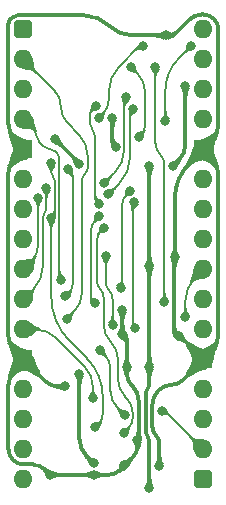
<source format=gbl>
%TF.GenerationSoftware,KiCad,Pcbnew,8.0.7*%
%TF.CreationDate,2025-01-17T06:56:45+02:00*%
%TF.ProjectId,Device Decode stage A,44657669-6365-4204-9465-636f64652073,V0*%
%TF.SameCoordinates,Original*%
%TF.FileFunction,Copper,L2,Bot*%
%TF.FilePolarity,Positive*%
%FSLAX46Y46*%
G04 Gerber Fmt 4.6, Leading zero omitted, Abs format (unit mm)*
G04 Created by KiCad (PCBNEW 8.0.7) date 2025-01-17 06:56:45*
%MOMM*%
%LPD*%
G01*
G04 APERTURE LIST*
G04 Aperture macros list*
%AMRoundRect*
0 Rectangle with rounded corners*
0 $1 Rounding radius*
0 $2 $3 $4 $5 $6 $7 $8 $9 X,Y pos of 4 corners*
0 Add a 4 corners polygon primitive as box body*
4,1,4,$2,$3,$4,$5,$6,$7,$8,$9,$2,$3,0*
0 Add four circle primitives for the rounded corners*
1,1,$1+$1,$2,$3*
1,1,$1+$1,$4,$5*
1,1,$1+$1,$6,$7*
1,1,$1+$1,$8,$9*
0 Add four rect primitives between the rounded corners*
20,1,$1+$1,$2,$3,$4,$5,0*
20,1,$1+$1,$4,$5,$6,$7,0*
20,1,$1+$1,$6,$7,$8,$9,0*
20,1,$1+$1,$8,$9,$2,$3,0*%
G04 Aperture macros list end*
%TA.AperFunction,ComponentPad*%
%ADD10RoundRect,0.400000X-0.400000X-0.400000X0.400000X-0.400000X0.400000X0.400000X-0.400000X0.400000X0*%
%TD*%
%TA.AperFunction,ComponentPad*%
%ADD11O,1.600000X1.600000*%
%TD*%
%TA.AperFunction,ComponentPad*%
%ADD12R,1.600000X1.600000*%
%TD*%
%TA.AperFunction,ViaPad*%
%ADD13C,0.800000*%
%TD*%
%TA.AperFunction,Conductor*%
%ADD14C,0.380000*%
%TD*%
%TA.AperFunction,Conductor*%
%ADD15C,0.200000*%
%TD*%
G04 APERTURE END LIST*
D10*
%TO.P,J1,1,Pin_1*%
%TO.N,5V*%
X0Y0D03*
D11*
%TO.P,J1,2,Pin_2*%
%TO.N,~{Device Select}*%
X0Y-2540000D03*
%TO.P,J1,3,Pin_3*%
%TO.N,A16*%
X0Y-5080000D03*
%TO.P,J1,4,Pin_4*%
%TO.N,A15*%
X0Y-7620000D03*
D12*
%TO.P,J1,5,Pin_5*%
%TO.N,GND*%
X0Y-10160000D03*
D11*
%TO.P,J1,6,Pin_6*%
%TO.N,A14*%
X0Y-12700000D03*
%TO.P,J1,7,Pin_7*%
%TO.N,A13*%
X0Y-15240000D03*
%TO.P,J1,8,Pin_8*%
%TO.N,A12*%
X0Y-17780000D03*
%TO.P,J1,9,Pin_9*%
%TO.N,A11*%
X0Y-20320000D03*
%TO.P,J1,10,Pin_10*%
%TO.N,A10*%
X0Y-22860000D03*
%TO.P,J1,11,Pin_11*%
%TO.N,A4*%
X0Y-25400000D03*
D12*
%TO.P,J1,12,Pin_12*%
%TO.N,GND*%
X0Y-27940000D03*
D11*
%TO.P,J1,13,Pin_13*%
%TO.N,A3*%
X0Y-30480000D03*
%TO.P,J1,14,Pin_14*%
%TO.N,~{Reset}_{IN2}*%
X0Y-33020000D03*
%TO.P,J1,15,Pin_15*%
%TO.N,~{Reset}_{IN1}*%
X0Y-35560000D03*
%TO.P,J1,16,Pin_16*%
%TO.N,unconnected-(J1-Pin_16-Pad16)*%
X0Y-38100000D03*
D10*
%TO.P,J1,17,Pin_17*%
%TO.N,5V*%
X15240000Y-38100000D03*
D11*
%TO.P,J1,18,Pin_18*%
%TO.N,Reset*%
X15240000Y-35560000D03*
%TO.P,J1,19,Pin_19*%
%TO.N,~{Reset}*%
X15240000Y-33020000D03*
%TO.P,J1,20,Pin_20*%
%TO.N,~{A3}*%
X15240000Y-30480000D03*
D12*
%TO.P,J1,21,Pin_21*%
%TO.N,GND*%
X15240000Y-27940000D03*
D11*
%TO.P,J1,22,Pin_22*%
%TO.N,~{A4}*%
X15240000Y-25400000D03*
%TO.P,J1,23,Pin_23*%
%TO.N,~{Device RAM}*%
X15240000Y-22860000D03*
%TO.P,J1,24,Pin_24*%
%TO.N,~{Device Registers}*%
X15240000Y-20320000D03*
%TO.P,J1,25,Pin_25*%
%TO.N,~{Device ROM}*%
X15240000Y-17780000D03*
%TO.P,J1,26,Pin_26*%
%TO.N,unconnected-(J1-Pin_26-Pad26)*%
X15240000Y-15240000D03*
%TO.P,J1,27,Pin_27*%
%TO.N,unconnected-(J1-Pin_27-Pad27)*%
X15240000Y-12700000D03*
D12*
%TO.P,J1,28,Pin_28*%
%TO.N,GND*%
X15240000Y-10160000D03*
D11*
%TO.P,J1,29,Pin_29*%
%TO.N,unconnected-(J1-Pin_29-Pad29)*%
X15240000Y-7620000D03*
%TO.P,J1,30,Pin_30*%
%TO.N,unconnected-(J1-Pin_30-Pad30)*%
X15240000Y-5080000D03*
%TO.P,J1,31,Pin_31*%
%TO.N,unconnected-(J1-Pin_31-Pad31)*%
X15240000Y-2540000D03*
%TO.P,J1,32,Pin_32*%
%TO.N,unconnected-(J1-Pin_32-Pad32)*%
X15240000Y0D03*
%TD*%
D13*
%TO.N,/3.3V*%
X10668000Y-20066000D03*
%TO.N,GND*%
X2286000Y-37719000D03*
X8382000Y-23749000D03*
X4699000Y-11430000D03*
X5969000Y-37719000D03*
X11508000Y-36957000D03*
X7798173Y-9957173D03*
X7538655Y-7482475D03*
X8382000Y-25826000D03*
X13148000Y-25968000D03*
X12827000Y-19304000D03*
X2667000Y-9271000D03*
X8763000Y-28575000D03*
X12065000Y-508000D03*
X8555216Y-36906999D03*
X9652000Y-34798000D03*
X3556000Y-30226000D03*
%TO.N,/3.3V*%
X10668000Y-11557000D03*
X10668000Y-38846012D03*
X10667998Y-28575000D03*
X12655065Y-11556995D03*
X13716000Y-4826000D03*
X4744007Y-29209996D03*
X5941002Y-36719390D03*
%TO.N,A10*%
X1948000Y-13450082D03*
%TO.N,A11*%
X8687091Y-5739400D03*
X6832318Y-13024686D03*
X1248000Y-14229664D03*
%TO.N,A12*%
X7185978Y-13960063D03*
X9298173Y-6734921D03*
%TO.N,A16*%
X6146502Y-6477000D03*
X6434784Y-14775649D03*
%TO.N,A14*%
X3763844Y-11829023D03*
X3556000Y-22606000D03*
%TO.N,A13*%
X2348000Y-16001999D03*
X6060972Y-33669999D03*
X2348000Y-11303000D03*
%TO.N,A15*%
X3190987Y-21193013D03*
%TO.N,~{Device ROM}*%
X7542000Y-25031235D03*
X6985000Y-19177000D03*
%TO.N,~{Device Select}*%
X3647971Y-24526000D03*
%TO.N,/A15+A14*%
X6042000Y-23176000D03*
X6425381Y-15825609D03*
%TO.N,/~{A13}*%
X6858000Y-16782347D03*
X8512535Y-34127709D03*
%TO.N,~{Device Registers}*%
X13716000Y-24384000D03*
%TO.N,A4*%
X5884498Y-31242000D03*
%TO.N,/~{Device Registers}_{part}*%
X9381043Y-14617764D03*
X9451390Y-25263544D03*
%TO.N,/~{Device ROM}_{part}*%
X9059344Y-13670919D03*
X8221000Y-21872145D03*
%TO.N,/~{A16+A15}*%
X10160000Y-1397000D03*
X6365545Y-7467645D03*
%TO.N,/~{A13+A14}*%
X9767000Y-9066000D03*
X9098000Y-3175006D03*
%TO.N,/~{A11+A12}*%
X12022501Y-7719847D03*
X14224000Y-1382000D03*
%TO.N,/~{Device RAM}_{part}*%
X11938000Y-23114000D03*
X11176000Y-3175004D03*
%TO.N,~{A4}*%
X8571000Y-32639000D03*
X6477000Y-27178000D03*
%TO.N,Reset*%
X11713928Y-32276334D03*
%TD*%
D14*
%TO.N,/3.3V*%
X10505964Y-34464024D02*
G75*
G02*
X10667998Y-34855213I-391164J-391176D01*
G01*
X10668000Y-30053774D02*
G75*
G02*
X10505971Y-30444971I-553200J-26D01*
G01*
X13716000Y-9745865D02*
G75*
G02*
X13185532Y-11026527I-1811140J5D01*
G01*
X10667998Y-20193004D02*
X10667998Y-20193006D01*
X10668000Y-20192998D02*
X10667998Y-20193004D01*
X10343928Y-34072834D02*
G75*
G03*
X10505992Y-34463996I553172J34D01*
G01*
X10667998Y-20193004D02*
X10668000Y-20193000D01*
X10667998Y-20193005D02*
X10667998Y-20193004D01*
X10505964Y-30444964D02*
G75*
G03*
X10343950Y-30836153I391136J-391136D01*
G01*
X4744007Y-34675991D02*
G75*
G03*
X5342501Y-36120895I2043393J-9D01*
G01*
X10667998Y-20193006D02*
X10668000Y-20192998D01*
X10668000Y-20193000D02*
X10667998Y-20193005D01*
%TO.N,GND*%
X9652000Y-35304107D02*
G75*
G02*
X9294134Y-36168094I-1221900J7D01*
G01*
X13498193Y-29681806D02*
G75*
G02*
X12491000Y-30098995I-1007193J1007206D01*
G01*
X15875000Y-10795000D02*
G75*
G02*
X16509989Y-12328025I-1533000J-1533000D01*
G01*
X11215964Y-34353780D02*
G75*
G02*
X11507980Y-35058817I-705064J-705020D01*
G01*
X-635000Y-9525000D02*
G75*
G02*
X-634998Y-10795000I-635000J-635001D01*
G01*
X16129000Y889000D02*
G75*
G02*
X16509994Y-30815I-919800J-919800D01*
G01*
X16510000Y-7991974D02*
G75*
G02*
X15875001Y-9525001I-2168040J4D01*
G01*
X16129000Y889000D02*
G75*
G03*
X15209184Y1269994I-919800J-919800D01*
G01*
X10923928Y-33648742D02*
G75*
G03*
X11215966Y-34353778I997072J2D01*
G01*
X-498639Y1189999D02*
G75*
G03*
X-981654Y989928I1J-683089D01*
G01*
X-669000Y-10829000D02*
G75*
G03*
X-1338000Y-12444108I1615110J-1615110D01*
G01*
X11412463Y-30587535D02*
G75*
G03*
X10923904Y-31766966I1179437J-1179465D01*
G01*
X9763928Y-34606926D02*
G75*
G02*
X9707962Y-34742034I-191128J26D01*
G01*
X8572500Y-26016500D02*
G75*
G02*
X8762997Y-26476407I-459900J-459900D01*
G01*
X14033500Y-11366500D02*
G75*
G03*
X12826999Y-14279248I2912750J-2912750D01*
G01*
X12800528Y-19330472D02*
G75*
G03*
X12774032Y-19394381I63872J-63928D01*
G01*
X-635000Y-28575000D02*
G75*
G03*
X-1270002Y-30108025I1533030J-1533030D01*
G01*
X-1338000Y-25655891D02*
G75*
G03*
X-669000Y-27271000I2284119J4D01*
G01*
X14605000Y-28575000D02*
G75*
G03*
X14605000Y-27305000I-635000J635000D01*
G01*
X14605000Y-27305000D02*
G75*
G03*
X15875000Y-27305000I635000J635002D01*
G01*
X-1270000Y-35529181D02*
G75*
G03*
X-888998Y-36449002I1300835J5D01*
G01*
X-888998Y-36449002D02*
G75*
G03*
X30822Y-36830004I919826J919833D01*
G01*
X-1211500Y711346D02*
G75*
G03*
X-1253198Y577535I1085143J-411553D01*
G01*
X8149215Y-37312999D02*
G75*
G02*
X7169043Y-37719000I-980175J980179D01*
G01*
X-1270000Y-7991974D02*
G75*
G03*
X-635001Y-9525001I2168040J4D01*
G01*
X13310426Y-26010426D02*
G75*
G03*
X13208000Y-25968014I-102426J-102474D01*
G01*
X12491000Y-30099000D02*
G75*
G03*
X11483804Y-30516191I0J-1424400D01*
G01*
X4654098Y-11258098D02*
G75*
G02*
X4699001Y-11366500I-108398J-108402D01*
G01*
X1841502Y-37274502D02*
G75*
G03*
X768388Y-36830003I-1073112J-1073108D01*
G01*
X8763000Y-29154036D02*
G75*
G03*
X9172439Y-30142513I1397910J-4D01*
G01*
X12774056Y-25329637D02*
G75*
G03*
X12961051Y-25781005I638344J37D01*
G01*
X7199000Y341000D02*
G75*
G03*
X9248667Y-508001I2049670J2049670D01*
G01*
X-1253198Y577535D02*
G75*
G03*
X-1270000Y439162I561414J-138376D01*
G01*
X12924506Y-283493D02*
G75*
G02*
X12382500Y-508003I-542006J541993D01*
G01*
X9263464Y-30233536D02*
G75*
G02*
X9763943Y-31441762I-1208264J-1208264D01*
G01*
X15113000Y1270000D02*
G75*
G03*
X14028992Y820982I0J-1533000D01*
G01*
X1836987Y-29776987D02*
G75*
G03*
X2921000Y-30225999I1084013J1084017D01*
G01*
X7199000Y341000D02*
G75*
G03*
X5149332Y1189998I-2049670J-2049680D01*
G01*
X-1127217Y844365D02*
G75*
G03*
X-1209061Y717779I253947J-253940D01*
G01*
X7538655Y-9514148D02*
G75*
G03*
X7668413Y-9827415I443025J-2D01*
G01*
X16510000Y-25771974D02*
G75*
G02*
X15875001Y-27305001I-2168040J4D01*
G01*
X15875000Y-27305000D02*
X14605000Y-28575000D01*
D15*
%TO.N,Reset*%
X12042037Y-32362037D02*
G75*
G03*
X11835131Y-32276299I-206937J-206863D01*
G01*
%TO.N,~{A4}*%
X7366000Y-30581936D02*
G75*
G03*
X7968499Y-32036501I2057060J-4D01*
G01*
X6921500Y-27622500D02*
G75*
G02*
X7365993Y-28695617I-1073100J-1073100D01*
G01*
%TO.N,/~{Device RAM}_{part}*%
X11176000Y-9621184D02*
G75*
G03*
X11556995Y-10541005I1300800J-16D01*
G01*
X11557000Y-10541000D02*
G75*
G02*
X11937994Y-11460815I-919800J-919800D01*
G01*
%TO.N,/~{A11+A12}*%
X13123250Y-2482749D02*
G75*
G03*
X12022497Y-5140193I2657450J-2657451D01*
G01*
%TO.N,/~{A13+A14}*%
X9692500Y-3769506D02*
G75*
G02*
X10287003Y-5204755I-1435250J-1435254D01*
G01*
X10287000Y-8178304D02*
G75*
G02*
X10026999Y-8805999I-887700J4D01*
G01*
%TO.N,/~{A16+A15}*%
X7220000Y-6008999D02*
G75*
G02*
X6792763Y-7040408I-1458600J-1D01*
G01*
X9987669Y-1397000D02*
G75*
G03*
X9693507Y-1518881I31J-416000D01*
G01*
X8146610Y-3065728D02*
G75*
G03*
X7220003Y-5302764I2237040J-2237032D01*
G01*
%TO.N,/~{Device ROM}_{part}*%
X8353561Y-21645849D02*
G75*
G02*
X8287249Y-21805833I-226261J49D01*
G01*
X8706452Y-14023810D02*
G75*
G03*
X8353534Y-14875765I851948J-851990D01*
G01*
%TO.N,/~{Device Registers}_{part}*%
X9249523Y-24918935D02*
G75*
G03*
X9350480Y-25162586I344577J35D01*
G01*
X9315283Y-14683524D02*
G75*
G03*
X9249499Y-14842282I158717J-158776D01*
G01*
%TO.N,A4*%
X5181102Y-28549102D02*
G75*
G02*
X5884497Y-30247249I-1698152J-1698148D01*
G01*
X2750420Y-26118420D02*
G75*
G03*
X1016000Y-25400000I-1734420J-1734420D01*
G01*
%TO.N,~{Device Registers}*%
X14478000Y-21082000D02*
G75*
G03*
X13716013Y-22921630I1839600J-1839600D01*
G01*
%TO.N,/~{A13}*%
X9271000Y-32832928D02*
G75*
G02*
X8891770Y-33748479I-1294790J-2D01*
G01*
X6540500Y-17099847D02*
G75*
G03*
X6222968Y-17866359I766500J-766553D01*
G01*
X6792000Y-24987107D02*
G75*
G03*
X7396502Y-26446498I2063900J7D01*
G01*
X7396500Y-26446500D02*
G75*
G02*
X8001003Y-27905892I-1459400J-1459400D01*
G01*
X6223000Y-21314656D02*
G75*
G03*
X6507499Y-22001501I971340J-4D01*
G01*
X8001000Y-29581974D02*
G75*
G03*
X8636001Y-31114999I2168030J4D01*
G01*
X6507500Y-22001500D02*
G75*
G02*
X6791953Y-22688343I-686900J-686800D01*
G01*
X8698510Y-31177510D02*
G75*
G02*
X9270985Y-32559622I-1382110J-1382090D01*
G01*
%TO.N,/A15+A14*%
X5715000Y-22617776D02*
G75*
G03*
X5878493Y-23012507I558200J-24D01*
G01*
X6070190Y-16180799D02*
G75*
G03*
X5715004Y-17038305I857510J-857501D01*
G01*
%TO.N,~{Device Select}*%
X3175000Y-6540500D02*
G75*
G03*
X3758723Y-7949709I1992900J0D01*
G01*
X2591283Y-5131283D02*
G75*
G02*
X3174998Y-6540500I-1409223J-1409217D01*
G01*
X5207000Y-12236661D02*
G75*
G03*
X4952977Y-12849871I613200J-613239D01*
G01*
X5461000Y-11623450D02*
G75*
G02*
X5207002Y-12236663I-867220J0D01*
G01*
X4953000Y-22298176D02*
G75*
G02*
X4300484Y-23873484I-2227830J6D01*
G01*
X4636986Y-8827986D02*
G75*
G02*
X5460996Y-10817330I-1989356J-1989344D01*
G01*
%TO.N,~{Device ROM}*%
X6985000Y-21450141D02*
G75*
G03*
X7263503Y-22122497I950850J1D01*
G01*
X7263500Y-22122500D02*
G75*
G02*
X7542017Y-22794858I-672400J-672400D01*
G01*
%TO.N,A15*%
X918493Y-8538493D02*
G75*
G02*
X1142998Y-9080500I-542013J-542007D01*
G01*
X2701006Y-10321006D02*
G75*
G03*
X2159000Y-10096496I-542006J-541994D01*
G01*
X1143000Y-9080500D02*
G75*
G03*
X1367509Y-9622503I766500J0D01*
G01*
X3048000Y-20948918D02*
G75*
G03*
X3119501Y-21121511I244100J18D01*
G01*
X1616993Y-9871993D02*
G75*
G03*
X2159000Y-10096504I542007J541993D01*
G01*
X2762250Y-10382250D02*
G75*
G02*
X3047995Y-11072111I-689850J-689850D01*
G01*
%TO.N,A13*%
X5370557Y-27849557D02*
G75*
G02*
X6719003Y-31104985I-3255427J-3255433D01*
G01*
X2348000Y-22573036D02*
G75*
G03*
X3941792Y-26420792I5441552J1D01*
G01*
X2348000Y-12060867D02*
G75*
G03*
X2497999Y-12423001I512130J-3D01*
G01*
X6719000Y-32546674D02*
G75*
G02*
X6389985Y-33340984I-1123330J4D01*
G01*
X2648000Y-15489866D02*
G75*
G02*
X2497998Y-15851997I-512140J6D01*
G01*
X2498000Y-12423000D02*
G75*
G02*
X2647987Y-12785132I-362100J-362100D01*
G01*
%TO.N,A14*%
X4172000Y-21554422D02*
G75*
G02*
X3864001Y-22298001I-1051590J2D01*
G01*
X3967922Y-12033101D02*
G75*
G02*
X4171998Y-12525788I-492722J-492699D01*
G01*
%TO.N,A16*%
X6096000Y-14197308D02*
G75*
G03*
X6265405Y-14606244I578300J8D01*
G01*
X5881023Y-6742478D02*
G75*
G03*
X5615531Y-7383400I640877J-640922D01*
G01*
X5615545Y-7942812D02*
G75*
G03*
X5855785Y-8522759I820155J12D01*
G01*
X5855772Y-8522772D02*
G75*
G02*
X6095973Y-9102732I-579972J-579928D01*
G01*
%TO.N,A12*%
X9017000Y-10834312D02*
G75*
G02*
X8101490Y-13044553I-3125760J2D01*
G01*
X9157586Y-6875507D02*
G75*
G03*
X9017011Y-7214913I339414J-339393D01*
G01*
%TO.N,A11*%
X8548173Y-10095538D02*
G75*
G02*
X7690242Y-12166755I-2929153J8D01*
G01*
X1248000Y-18189530D02*
G75*
G02*
X624000Y-19696000I-2130482J4D01*
G01*
X8617632Y-5808859D02*
G75*
G03*
X8548201Y-5976547I167668J-167641D01*
G01*
%TO.N,A10*%
X1798000Y-15546107D02*
G75*
G03*
X1648018Y-15908239I362100J-362093D01*
G01*
X1948000Y-15183974D02*
G75*
G02*
X1797999Y-15546106I-512140J4D01*
G01*
X1648000Y-20046688D02*
G75*
G02*
X824000Y-22036000I-2813320J3D01*
G01*
%TO.N,A16*%
X6265392Y-14606257D02*
X6434784Y-14775649D01*
X6096000Y-14197308D02*
X6096000Y-9102732D01*
X5615545Y-7383400D02*
X5615545Y-7942812D01*
X6146502Y-6477000D02*
X5881023Y-6742478D01*
%TO.N,/~{A16+A15}*%
X7220000Y-6008999D02*
X7220000Y-5302764D01*
X10160000Y-1397000D02*
X9987669Y-1397000D01*
X9693482Y-1518856D02*
X8146610Y-3065728D01*
X6792772Y-7040417D02*
X6365545Y-7467645D01*
%TO.N,~{A4}*%
X8571000Y-32639000D02*
X7968500Y-32036500D01*
X7366000Y-30581936D02*
X7366000Y-28695617D01*
X6477000Y-27178000D02*
X6921500Y-27622500D01*
%TO.N,/~{A13}*%
X6540500Y-17099847D02*
X6858000Y-16782347D01*
X6223000Y-17866359D02*
X6223000Y-21314656D01*
X6792000Y-24987107D02*
X6792000Y-22688343D01*
X8891767Y-33748476D02*
X8512535Y-34127709D01*
X8001000Y-27905892D02*
X8001000Y-29581974D01*
X8636000Y-31115000D02*
X8698510Y-31177510D01*
X9271000Y-32832928D02*
X9271000Y-32559622D01*
%TO.N,A15*%
X1367506Y-9622506D02*
X1616993Y-9871993D01*
X3048000Y-20948918D02*
X3048000Y-11072111D01*
X2701006Y-10321006D02*
X2762250Y-10382250D01*
X3119493Y-21121519D02*
X3190987Y-21193013D01*
X918493Y-8538493D02*
X0Y-7620000D01*
D14*
%TO.N,GND*%
X12961028Y-25781028D02*
X13148000Y-25968000D01*
X12774056Y-19394381D02*
X12774056Y-25329637D01*
X14605000Y-27305000D02*
X13310426Y-26010426D01*
X12800528Y-19330472D02*
X12827000Y-19304000D01*
X13208000Y-25968000D02*
X13148000Y-25968000D01*
X12065000Y-508000D02*
X9248667Y-508000D01*
X-498639Y1189999D02*
X5149332Y1189999D01*
X-981654Y989928D02*
X-1127217Y844365D01*
X-1211500Y711346D02*
X-1209061Y717779D01*
X-1270000Y-7991974D02*
X-1270000Y439162D01*
X12924506Y-283493D02*
X14028987Y820987D01*
X12065000Y-508000D02*
X12382500Y-508000D01*
X16510000Y-30815D02*
X16510000Y-7991974D01*
X15875000Y-9525000D02*
X15240000Y-10160000D01*
X15209184Y1270000D02*
X15113000Y1270000D01*
%TO.N,/3.3V*%
X4744007Y-29209996D02*
X4744007Y-34675991D01*
X5941002Y-36719390D02*
X5342504Y-36120892D01*
D15*
%TO.N,A4*%
X1016000Y-25400000D02*
X0Y-25400000D01*
X5181102Y-28549102D02*
X2750420Y-26118420D01*
X5884498Y-30247249D02*
X5884498Y-31242000D01*
D14*
%TO.N,GND*%
X8382000Y-25826000D02*
X8572500Y-26016500D01*
X8382000Y-25826000D02*
X8382000Y-23749000D01*
X8763000Y-26476407D02*
X8763000Y-28575000D01*
D15*
%TO.N,~{Device ROM}*%
X7542000Y-25031235D02*
X7542000Y-22794858D01*
X6985000Y-19177000D02*
X6985000Y-21450141D01*
%TO.N,/~{Device ROM}_{part}*%
X8353561Y-21645849D02*
X8353561Y-14875765D01*
X9059344Y-13670919D02*
X8706452Y-14023810D01*
X8287280Y-21805864D02*
X8221000Y-21872145D01*
D14*
%TO.N,/3.3V*%
X10668000Y-20066000D02*
X10668000Y-20192998D01*
X10667998Y-28575000D02*
X10667998Y-20193006D01*
X10668000Y-20066000D02*
X10668000Y-11557000D01*
X10668000Y-34855213D02*
X10668000Y-38846012D01*
X10343928Y-34072834D02*
X10343928Y-30836153D01*
X10668000Y-30053774D02*
X10668000Y-28575002D01*
X10667998Y-28575000D02*
X10668000Y-28575002D01*
%TO.N,GND*%
X9172440Y-30142512D02*
X9263464Y-30233536D01*
X8763000Y-28575000D02*
X8763000Y-29154036D01*
X9763928Y-34606926D02*
X9763928Y-31441762D01*
X-1338000Y-12444108D02*
X-1338000Y-25655891D01*
X-634999Y-10795000D02*
X-669000Y-10829000D01*
X-669000Y-27271000D02*
X0Y-27940000D01*
X7538655Y-7482475D02*
X7538655Y-9514148D01*
X11508000Y-35058817D02*
X11508000Y-36957000D01*
X8149215Y-37312999D02*
X8555216Y-36906999D01*
X12827000Y-14279248D02*
X12827000Y-19304000D01*
X13498193Y-29681806D02*
X14605000Y-28575000D01*
X9652000Y-35304107D02*
X9652000Y-34798000D01*
X7798173Y-9957173D02*
X7668414Y-9827414D01*
X1836987Y-29776987D02*
X0Y-27940000D01*
X3556000Y-30226000D02*
X2921000Y-30226000D01*
X7169043Y-37719000D02*
X5969000Y-37719000D01*
X2286000Y-37719000D02*
X5969000Y-37719000D01*
X11412463Y-30587535D02*
X11483806Y-30516193D01*
X10923928Y-33648742D02*
X10923928Y-31766966D01*
X30822Y-36830004D02*
X768388Y-36830004D01*
X2667000Y-9271000D02*
X4654098Y-11258098D01*
X15875000Y-10795000D02*
X15240000Y-10160000D01*
X2286000Y-37719000D02*
X1841502Y-37274502D01*
X16510000Y-12328025D02*
X16510000Y-25771974D01*
X-1270000Y-30108025D02*
X-1270000Y-35529181D01*
X14033500Y-11366500D02*
X15240000Y-10160000D01*
X-635000Y-28575000D02*
X0Y-27940000D01*
X9294127Y-36168087D02*
X8555216Y-36906999D01*
X4699000Y-11430000D02*
X4699000Y-11366500D01*
X9707964Y-34742036D02*
X9652000Y-34798000D01*
%TO.N,/3.3V*%
X13716000Y-9745865D02*
X13716000Y-4826000D01*
X13185532Y-11026527D02*
X12655065Y-11556995D01*
D15*
%TO.N,A10*%
X1948000Y-15183974D02*
X1948000Y-13450082D01*
X824000Y-22036000D02*
X0Y-22860000D01*
X1648000Y-15908239D02*
X1648000Y-20046688D01*
%TO.N,A11*%
X7690245Y-12166758D02*
X6832318Y-13024686D01*
X624000Y-19696000D02*
X0Y-20320000D01*
X8687091Y-5739400D02*
X8617632Y-5808859D01*
X8548173Y-10095538D02*
X8548173Y-5976547D01*
X1248000Y-18189530D02*
X1248000Y-14229664D01*
%TO.N,A12*%
X8101489Y-13044552D02*
X7185978Y-13960063D01*
X9157586Y-6875507D02*
X9298173Y-6734921D01*
X9017000Y-10834312D02*
X9017000Y-7214913D01*
%TO.N,A14*%
X3763844Y-11829023D02*
X3967922Y-12033101D01*
X3556000Y-22606000D02*
X3864000Y-22298000D01*
X4172000Y-21554422D02*
X4172000Y-12525788D01*
%TO.N,A13*%
X5370557Y-27849557D02*
X3941792Y-26420792D01*
X2648000Y-15489866D02*
X2648000Y-12785132D01*
X2348000Y-12060867D02*
X2348000Y-11303000D01*
X2348000Y-22573036D02*
X2348000Y-16001999D01*
X6060972Y-33669999D02*
X6389986Y-33340985D01*
X2348000Y-16001999D02*
X2498000Y-15851999D01*
X6719000Y-31104985D02*
X6719000Y-32546674D01*
%TO.N,~{Device Select}*%
X2591283Y-5131283D02*
X0Y-2540000D01*
X5461000Y-11623450D02*
X5461000Y-10817330D01*
X3758716Y-7949716D02*
X4636986Y-8827986D01*
X4953000Y-12849871D02*
X4953000Y-22298176D01*
X3647971Y-24526000D02*
X4300485Y-23873485D01*
%TO.N,/A15+A14*%
X6425381Y-15825609D02*
X6070190Y-16180799D01*
X6042000Y-23176000D02*
X5878500Y-23012500D01*
X5715000Y-22617776D02*
X5715000Y-17038305D01*
%TO.N,~{Device Registers}*%
X14478000Y-21082000D02*
X15240000Y-20320000D01*
X13716000Y-24384000D02*
X13716000Y-22921630D01*
%TO.N,/~{Device Registers}_{part}*%
X9350456Y-25162610D02*
X9451390Y-25263544D01*
X9249523Y-24918935D02*
X9249523Y-14842282D01*
X9381043Y-14617764D02*
X9315283Y-14683524D01*
%TO.N,/~{A13+A14}*%
X9692500Y-3769506D02*
X9098000Y-3175006D01*
X9767000Y-9066000D02*
X10027000Y-8806000D01*
X10287000Y-5204755D02*
X10287000Y-8178304D01*
%TO.N,/~{A11+A12}*%
X12022501Y-7719847D02*
X12022501Y-5140193D01*
X14224000Y-1382000D02*
X13123250Y-2482749D01*
%TO.N,/~{Device RAM}_{part}*%
X11938000Y-23114000D02*
X11938000Y-11460815D01*
X11176000Y-9621184D02*
X11176000Y-3175004D01*
%TO.N,Reset*%
X11713928Y-32276334D02*
X11835131Y-32276334D01*
X12042037Y-32362037D02*
X15240000Y-35560000D01*
%TD*%
%TA.AperFunction,Conductor*%
%TO.N,GND*%
G36*
X16037027Y-9889954D02*
G01*
X16042947Y-9896673D01*
X16043194Y-9897489D01*
X16149850Y-10303863D01*
X16259685Y-10685755D01*
X16259690Y-10685772D01*
X16259693Y-10685781D01*
X16369540Y-11031113D01*
X16369545Y-11031128D01*
X16369546Y-11031130D01*
X16479391Y-11339858D01*
X16584285Y-11599720D01*
X16584204Y-11608674D01*
X16577815Y-11614948D01*
X16576464Y-11615400D01*
X16227953Y-11708779D01*
X16219075Y-11707610D01*
X16217545Y-11706557D01*
X16104836Y-11614948D01*
X15947493Y-11487060D01*
X15730877Y-11339858D01*
X15672804Y-11300394D01*
X15398121Y-11150332D01*
X15398112Y-11150328D01*
X15123433Y-11036867D01*
X15123425Y-11036864D01*
X14862260Y-10963783D01*
X14855216Y-10958254D01*
X14854146Y-10949363D01*
X14854899Y-10947383D01*
X15237612Y-10163397D01*
X15244317Y-10157469D01*
X16028091Y-9889389D01*
X16037027Y-9889954D01*
G37*
%TD.AperFunction*%
%TD*%
%TA.AperFunction,Conductor*%
%TO.N,GND*%
G36*
X16227934Y-8611285D02*
G01*
X16576446Y-8704664D01*
X16583550Y-8710115D01*
X16584719Y-8718993D01*
X16584267Y-8720344D01*
X16479376Y-8980193D01*
X16371585Y-9283148D01*
X16369529Y-9288927D01*
X16345751Y-9363679D01*
X16259678Y-9634272D01*
X16149847Y-10016152D01*
X16043194Y-10422515D01*
X16037779Y-10429647D01*
X16028907Y-10430862D01*
X16028090Y-10430615D01*
X15244338Y-10162537D01*
X15237620Y-10156617D01*
X15237611Y-10156600D01*
X14854907Y-9372617D01*
X14854357Y-9363679D01*
X14860288Y-9356970D01*
X14862269Y-9356217D01*
X15102772Y-9288927D01*
X15123431Y-9283147D01*
X15398114Y-9169695D01*
X15672797Y-9019643D01*
X15947480Y-8832991D01*
X16217528Y-8613506D01*
X16226108Y-8610948D01*
X16227934Y-8611285D01*
G37*
%TD.AperFunction*%
%TD*%
%TA.AperFunction,Conductor*%
%TO.N,GND*%
G36*
X-788206Y-9882451D02*
G01*
X-4201Y-10157469D01*
X2468Y-10163439D01*
X377469Y-10947455D01*
X377947Y-10956397D01*
X371962Y-10963058D01*
X370083Y-10963766D01*
X103092Y-11038897D01*
X-177254Y-11154384D01*
X-177268Y-11154391D01*
X-457637Y-11306486D01*
X-457645Y-11306491D01*
X-457646Y-11306492D01*
X-738005Y-11495181D01*
X-1012972Y-11716136D01*
X-1021568Y-11718647D01*
X-1024778Y-11717825D01*
X-1358511Y-11579589D01*
X-1364843Y-11573257D01*
X-1364843Y-11564303D01*
X-1364791Y-11564177D01*
X-1255557Y-11308906D01*
X-1141665Y-11006153D01*
X-1027772Y-10666791D01*
X-913890Y-10290872D01*
X-803332Y-9890386D01*
X-797827Y-9883323D01*
X-788941Y-9882221D01*
X-788206Y-9882451D01*
G37*
%TD.AperFunction*%
%TD*%
%TA.AperFunction,Conductor*%
%TO.N,GND*%
G36*
X8749816Y-25677346D02*
G01*
X8756079Y-25683563D01*
X8835009Y-25869004D01*
X8835085Y-25869185D01*
X8892606Y-26010859D01*
X8893017Y-26012054D01*
X8928764Y-26137511D01*
X8929122Y-26139272D01*
X8947617Y-26287889D01*
X8947703Y-26289041D01*
X8952699Y-26488234D01*
X8949481Y-26496590D01*
X8941296Y-26500223D01*
X8941003Y-26500227D01*
X8582534Y-26500227D01*
X8574261Y-26496800D01*
X8571075Y-26490890D01*
X8568139Y-26476650D01*
X8544579Y-26362383D01*
X8468785Y-26292289D01*
X8468783Y-26292288D01*
X8359904Y-26252010D01*
X8359830Y-26251942D01*
X8359817Y-26251978D01*
X8233286Y-26204020D01*
X8230640Y-26202605D01*
X8110391Y-26116854D01*
X8105645Y-26109260D01*
X8107658Y-26100535D01*
X8108892Y-26099072D01*
X8380342Y-25826663D01*
X8384173Y-25824105D01*
X8740864Y-25677325D01*
X8749816Y-25677346D01*
G37*
%TD.AperFunction*%
%TD*%
%TA.AperFunction,Conductor*%
%TO.N,GND*%
G36*
X-788117Y-27669398D02*
G01*
X-4337Y-27937463D01*
X2379Y-27943380D01*
X70960Y-28083860D01*
X385120Y-28727383D01*
X385670Y-28736321D01*
X379739Y-28743030D01*
X377759Y-28743783D01*
X116611Y-28816862D01*
X116609Y-28816863D01*
X-158060Y-28930326D01*
X-432730Y-29080389D01*
X-707400Y-29267052D01*
X-977434Y-29486546D01*
X-986016Y-29489105D01*
X-987842Y-29488768D01*
X-1336352Y-29395385D01*
X-1343456Y-29389934D01*
X-1344625Y-29381056D01*
X-1344174Y-29379705D01*
X-1239290Y-29119821D01*
X-1129479Y-28811131D01*
X-1019640Y-28465761D01*
X-909831Y-28083887D01*
X-803194Y-27677507D01*
X-797779Y-27670375D01*
X-788907Y-27669160D01*
X-788117Y-27669398D01*
G37*
%TD.AperFunction*%
%TD*%
%TA.AperFunction,Conductor*%
%TO.N,GND*%
G36*
X-1012973Y-26383860D02*
G01*
X-738004Y-26604816D01*
X-457636Y-26793512D01*
X-177267Y-26945608D01*
X-177255Y-26945612D01*
X-177253Y-26945614D01*
X103092Y-27061101D01*
X103094Y-27061101D01*
X103100Y-27061104D01*
X370083Y-27136233D01*
X377119Y-27141773D01*
X378177Y-27150665D01*
X377469Y-27152544D01*
X2479Y-27936539D01*
X-4182Y-27942524D01*
X-4203Y-27942531D01*
X-788181Y-28217539D01*
X-797122Y-28217044D01*
X-803094Y-28210372D01*
X-803332Y-28209612D01*
X-913890Y-27809125D01*
X-1027771Y-27433206D01*
X-1141664Y-27093844D01*
X-1255555Y-26791091D01*
X-1364789Y-26535821D01*
X-1364893Y-26526867D01*
X-1358636Y-26520462D01*
X-1024776Y-26382173D01*
X-1015822Y-26382173D01*
X-1012973Y-26383860D01*
G37*
%TD.AperFunction*%
%TD*%
%TA.AperFunction,Conductor*%
%TO.N,GND*%
G36*
X-978962Y-8612399D02*
G01*
X-977441Y-8613445D01*
X-707399Y-8832947D01*
X-432729Y-9019610D01*
X-158058Y-9169673D01*
X116611Y-9283136D01*
X377760Y-9356216D01*
X384804Y-9361745D01*
X385874Y-9370636D01*
X385121Y-9372616D01*
X2389Y-10156600D01*
X-4319Y-10162530D01*
X-4330Y-10162534D01*
X-4339Y-10162537D01*
X-788091Y-10430590D01*
X-797028Y-10430025D01*
X-802947Y-10423306D01*
X-803194Y-10422490D01*
X-909831Y-10016109D01*
X-1019639Y-9634235D01*
X-1129478Y-9288866D01*
X-1239289Y-8980176D01*
X-1344172Y-8720293D01*
X-1344090Y-8711338D01*
X-1337701Y-8705064D01*
X-1336354Y-8704614D01*
X-987839Y-8611230D01*
X-978962Y-8612399D01*
G37*
%TD.AperFunction*%
%TD*%
%TA.AperFunction,Conductor*%
%TO.N,GND*%
G36*
X12962762Y-25295324D02*
G01*
X12965955Y-25301272D01*
X12973298Y-25337518D01*
X12991884Y-25429269D01*
X13066214Y-25500013D01*
X13066216Y-25500014D01*
X13173309Y-25541398D01*
X13173306Y-25541404D01*
X13173348Y-25541412D01*
X13298057Y-25590152D01*
X13300628Y-25591549D01*
X13419682Y-25677134D01*
X13424400Y-25684744D01*
X13422353Y-25693462D01*
X13421141Y-25694892D01*
X13149659Y-25967334D01*
X13145823Y-25969895D01*
X12789175Y-26116658D01*
X12780221Y-26116637D01*
X12773942Y-26110382D01*
X12695719Y-25924798D01*
X12695609Y-25924529D01*
X12639865Y-25782501D01*
X12639453Y-25781248D01*
X12616368Y-25694892D01*
X12605774Y-25655262D01*
X12605452Y-25653553D01*
X12588685Y-25504391D01*
X12588616Y-25503346D01*
X12588544Y-25500014D01*
X12584314Y-25303849D01*
X12587561Y-25295504D01*
X12595759Y-25291900D01*
X12596011Y-25291897D01*
X12954489Y-25291897D01*
X12962762Y-25295324D01*
G37*
%TD.AperFunction*%
%TD*%
%TA.AperFunction,Conductor*%
%TO.N,GND*%
G36*
X12078538Y-110193D02*
G01*
X12234244Y-135423D01*
X12237299Y-136362D01*
X12333156Y-180977D01*
X12362723Y-194739D01*
X12363077Y-194911D01*
X12470864Y-249565D01*
X12483709Y-251204D01*
X12584385Y-264050D01*
X12719195Y-206250D01*
X12728148Y-206140D01*
X12733532Y-210504D01*
X12932649Y-508497D01*
X12934396Y-517279D01*
X12929421Y-524725D01*
X12929271Y-524824D01*
X12771629Y-626696D01*
X12771063Y-627039D01*
X12648303Y-696853D01*
X12647450Y-697293D01*
X12536520Y-748851D01*
X12535973Y-749089D01*
X12403834Y-802486D01*
X12228800Y-873216D01*
X12219845Y-873138D01*
X12213618Y-866872D01*
X12065074Y-510725D01*
X12064173Y-506205D01*
X12064971Y-121717D01*
X12068415Y-113453D01*
X12076695Y-110043D01*
X12078538Y-110193D01*
G37*
%TD.AperFunction*%
%TD*%
%TA.AperFunction,Conductor*%
%TO.N,GND*%
G36*
X7726702Y-9250149D02*
G01*
X7730024Y-9256856D01*
X7746494Y-9378771D01*
X7746495Y-9378773D01*
X7796266Y-9460502D01*
X7796266Y-9460503D01*
X7841062Y-9494924D01*
X7872356Y-9518971D01*
X7872358Y-9518972D01*
X7872363Y-9518976D01*
X7968540Y-9580840D01*
X7969695Y-9581687D01*
X8071178Y-9666143D01*
X8075345Y-9674069D01*
X8072687Y-9682620D01*
X8071982Y-9683395D01*
X7801614Y-9954719D01*
X7793347Y-9958160D01*
X7793297Y-9958160D01*
X7409508Y-9957201D01*
X7401243Y-9953753D01*
X7397842Y-9945842D01*
X7393023Y-9780733D01*
X7380742Y-9655817D01*
X7366110Y-9548261D01*
X7366068Y-9547908D01*
X7353842Y-9423555D01*
X7353792Y-9422755D01*
X7349006Y-9258762D01*
X7352190Y-9250394D01*
X7360360Y-9246727D01*
X7360701Y-9246722D01*
X7718429Y-9246722D01*
X7726702Y-9250149D01*
G37*
%TD.AperFunction*%
%TD*%
%TA.AperFunction,Conductor*%
%TO.N,GND*%
G36*
X16227934Y-26391285D02*
G01*
X16576446Y-26484664D01*
X16583550Y-26490115D01*
X16584719Y-26498993D01*
X16584267Y-26500344D01*
X16479376Y-26760193D01*
X16371585Y-27063148D01*
X16369529Y-27068927D01*
X16345751Y-27143679D01*
X16259678Y-27414272D01*
X16149847Y-27796152D01*
X16043194Y-28202515D01*
X16037779Y-28209647D01*
X16028907Y-28210862D01*
X16028090Y-28210615D01*
X15244338Y-27942537D01*
X15237620Y-27936617D01*
X15237611Y-27936600D01*
X14854907Y-27152617D01*
X14854357Y-27143679D01*
X14860288Y-27136970D01*
X14862269Y-27136217D01*
X15102772Y-27068927D01*
X15123431Y-27063147D01*
X15398114Y-26949695D01*
X15672797Y-26799643D01*
X15947480Y-26612991D01*
X16217528Y-26393506D01*
X16226108Y-26390948D01*
X16227934Y-26391285D01*
G37*
%TD.AperFunction*%
%TD*%
%TA.AperFunction,Conductor*%
%TO.N,/~{A13+A14}*%
G36*
X10166840Y-8405505D02*
G01*
X10219032Y-8427124D01*
X10331869Y-8473863D01*
X10338201Y-8480195D01*
X10338416Y-8488591D01*
X10278385Y-8657471D01*
X10278381Y-8657485D01*
X10248588Y-8790063D01*
X10230162Y-8906742D01*
X10230020Y-8907482D01*
X10200461Y-9039022D01*
X10200070Y-9040376D01*
X10140666Y-9207498D01*
X10134666Y-9214145D01*
X10125723Y-9214603D01*
X10125192Y-9214400D01*
X9771126Y-9068777D01*
X9764778Y-9062460D01*
X9618787Y-8708239D01*
X9618803Y-8699287D01*
X9625146Y-8692966D01*
X9626083Y-8692626D01*
X9768123Y-8647971D01*
X9769412Y-8647646D01*
X9894527Y-8623802D01*
X9997222Y-8594684D01*
X10082836Y-8530562D01*
X10152234Y-8410458D01*
X10159339Y-8405012D01*
X10166840Y-8405505D01*
G37*
%TD.AperFunction*%
%TD*%
%TA.AperFunction,Conductor*%
%TO.N,/~{A16+A15}*%
G36*
X9885450Y-1122417D02*
G01*
X9885705Y-1122663D01*
X10157250Y-1392853D01*
X10160698Y-1401118D01*
X10160698Y-1401168D01*
X10160023Y-1783755D01*
X10156582Y-1792022D01*
X10148302Y-1795434D01*
X10146859Y-1795342D01*
X10001627Y-1777025D01*
X9999503Y-1776553D01*
X9876349Y-1736877D01*
X9771033Y-1707442D01*
X9668226Y-1719062D01*
X9668224Y-1719063D01*
X9559606Y-1796470D01*
X9550880Y-1798481D01*
X9544543Y-1795215D01*
X9418127Y-1668799D01*
X9414700Y-1660526D01*
X9417857Y-1652532D01*
X9531902Y-1530734D01*
X9611122Y-1431772D01*
X9676017Y-1343363D01*
X9676305Y-1342989D01*
X9755113Y-1244542D01*
X9755669Y-1243901D01*
X9868915Y-1122959D01*
X9877069Y-1119263D01*
X9885450Y-1122417D01*
G37*
%TD.AperFunction*%
%TD*%
%TA.AperFunction,Conductor*%
%TO.N,/A15+A14*%
G36*
X5813799Y-22490161D02*
G01*
X5816970Y-22496001D01*
X5845892Y-22632056D01*
X5845893Y-22632057D01*
X5928074Y-22704239D01*
X6045723Y-22744376D01*
X6045875Y-22744429D01*
X6142054Y-22778888D01*
X6181809Y-22793131D01*
X6184591Y-22794573D01*
X6313476Y-22885167D01*
X6318274Y-22892728D01*
X6316320Y-22901467D01*
X6315036Y-22902998D01*
X6045441Y-23173546D01*
X6037174Y-23176987D01*
X6037124Y-23176987D01*
X5653480Y-23176028D01*
X5645215Y-23172580D01*
X5641811Y-23164521D01*
X5639192Y-23004986D01*
X5632496Y-22883713D01*
X5624507Y-22779071D01*
X5624500Y-22778960D01*
X5617819Y-22657960D01*
X5617804Y-22657515D01*
X5615195Y-22498626D01*
X5618485Y-22490298D01*
X5626701Y-22486736D01*
X5626893Y-22486734D01*
X5805526Y-22486734D01*
X5813799Y-22490161D01*
G37*
%TD.AperFunction*%
%TD*%
%TA.AperFunction,Conductor*%
%TO.N,A13*%
G36*
X2744073Y-15308907D02*
G01*
X2747500Y-15317180D01*
X2747500Y-15990329D01*
X2744073Y-15998602D01*
X2735829Y-16002029D01*
X2352875Y-16002986D01*
X2344594Y-15999580D01*
X2344558Y-15999545D01*
X2335374Y-15990329D01*
X2074827Y-15728860D01*
X2071415Y-15720580D01*
X2074856Y-15712313D01*
X2076255Y-15711123D01*
X2082402Y-15706674D01*
X2200529Y-15621172D01*
X2203027Y-15619795D01*
X2332227Y-15567988D01*
X2332229Y-15567988D01*
X2332229Y-15567987D01*
X2442780Y-15523689D01*
X2519364Y-15448998D01*
X2546122Y-15314890D01*
X2551102Y-15307448D01*
X2557596Y-15305480D01*
X2735800Y-15305480D01*
X2744073Y-15308907D01*
G37*
%TD.AperFunction*%
%TD*%
%TA.AperFunction,Conductor*%
%TO.N,A14*%
G36*
X4152892Y-11828995D02*
G01*
X4161156Y-11832443D01*
X4164538Y-11839953D01*
X4174340Y-11994310D01*
X4199632Y-12110119D01*
X4230292Y-12209014D01*
X4230512Y-12209824D01*
X4257207Y-12324379D01*
X4257471Y-12326055D01*
X4270236Y-12478049D01*
X4267513Y-12486580D01*
X4259556Y-12490687D01*
X4258823Y-12490725D01*
X4081070Y-12494464D01*
X4072727Y-12491212D01*
X4069364Y-12485121D01*
X4045496Y-12368831D01*
X3979564Y-12302376D01*
X3979563Y-12302375D01*
X3880482Y-12269228D01*
X3755793Y-12243437D01*
X3754701Y-12243156D01*
X3623017Y-12202368D01*
X3616128Y-12196647D01*
X3615303Y-12187730D01*
X3615661Y-12186734D01*
X3760828Y-11835274D01*
X3767153Y-11828938D01*
X3771667Y-11828043D01*
X4152892Y-11828995D01*
G37*
%TD.AperFunction*%
%TD*%
%TA.AperFunction,Conductor*%
%TO.N,A16*%
G36*
X6194850Y-14093035D02*
G01*
X6198008Y-14098815D01*
X6227871Y-14235746D01*
X6227872Y-14235747D01*
X6312481Y-14306808D01*
X6404979Y-14336136D01*
X6433200Y-14345084D01*
X6433437Y-14345162D01*
X6572318Y-14392481D01*
X6575216Y-14393945D01*
X6706145Y-14484835D01*
X6710987Y-14492368D01*
X6709084Y-14501118D01*
X6707761Y-14502705D01*
X6438225Y-14773195D01*
X6429958Y-14776636D01*
X6429908Y-14776636D01*
X6046182Y-14775677D01*
X6037917Y-14772229D01*
X6034514Y-14764254D01*
X6030750Y-14605353D01*
X6021132Y-14484688D01*
X6009663Y-14380683D01*
X6009640Y-14380432D01*
X6000058Y-14260222D01*
X6000025Y-14259580D01*
X5996284Y-14101585D01*
X5999514Y-14093233D01*
X6007704Y-14089611D01*
X6007981Y-14089608D01*
X6186577Y-14089608D01*
X6194850Y-14093035D01*
G37*
%TD.AperFunction*%
%TD*%
%TA.AperFunction,Conductor*%
%TO.N,A16*%
G36*
X5788282Y-6328588D02*
G01*
X5912146Y-6379532D01*
X6142375Y-6474222D01*
X6148723Y-6480539D01*
X6212372Y-6634972D01*
X6294702Y-6834728D01*
X6294686Y-6843682D01*
X6288343Y-6850003D01*
X6287366Y-6850356D01*
X6144648Y-6894836D01*
X6143274Y-6895175D01*
X6017262Y-6918245D01*
X5913635Y-6946440D01*
X5827237Y-7009939D01*
X5757376Y-7130192D01*
X5750257Y-7135624D01*
X5742781Y-7135124D01*
X5577757Y-7066764D01*
X5571425Y-7060432D01*
X5571220Y-7052010D01*
X5586289Y-7009939D01*
X5631557Y-6883554D01*
X5662357Y-6751455D01*
X5682000Y-6635315D01*
X5682141Y-6634619D01*
X5712706Y-6503521D01*
X5713080Y-6502253D01*
X5772818Y-6335462D01*
X5778833Y-6328831D01*
X5787777Y-6328394D01*
X5788282Y-6328588D01*
G37*
%TD.AperFunction*%
%TD*%
%TA.AperFunction,Conductor*%
%TO.N,A12*%
G36*
X9301578Y-6737339D02*
G01*
X9301608Y-6737368D01*
X9472572Y-6908937D01*
X9571447Y-7008161D01*
X9574859Y-7016441D01*
X9571418Y-7024708D01*
X9570117Y-7025826D01*
X9448915Y-7115481D01*
X9446617Y-7116807D01*
X9322128Y-7170868D01*
X9216647Y-7218125D01*
X9216644Y-7218127D01*
X9144028Y-7294692D01*
X9144028Y-7294693D01*
X9119195Y-7425606D01*
X9118806Y-7427655D01*
X9113897Y-7435144D01*
X9107311Y-7437174D01*
X8928569Y-7437174D01*
X8920296Y-7433747D01*
X8916870Y-7425606D01*
X8916369Y-7381118D01*
X8915041Y-7262978D01*
X8910372Y-7139400D01*
X8904800Y-7032694D01*
X8900136Y-6909247D01*
X8900129Y-6908937D01*
X8900126Y-6908744D01*
X8898305Y-6746721D01*
X8901638Y-6738411D01*
X8909872Y-6734892D01*
X8909906Y-6734891D01*
X9293297Y-6733933D01*
X9301578Y-6737339D01*
G37*
%TD.AperFunction*%
%TD*%
%TA.AperFunction,Conductor*%
%TO.N,/~{A16+A15}*%
G36*
X6799724Y-6905123D02*
G01*
X6944539Y-7010340D01*
X6949218Y-7017975D01*
X6947598Y-7025983D01*
X6869966Y-7150829D01*
X6830375Y-7256120D01*
X6810665Y-7354682D01*
X6810646Y-7354775D01*
X6787008Y-7468218D01*
X6786628Y-7469607D01*
X6739113Y-7608939D01*
X6733199Y-7615664D01*
X6724263Y-7616237D01*
X6723588Y-7615983D01*
X6369469Y-7470309D01*
X6363122Y-7463993D01*
X6363101Y-7463943D01*
X6318115Y-7354682D01*
X6217499Y-7110302D01*
X6217518Y-7101351D01*
X6223864Y-7095032D01*
X6225195Y-7094575D01*
X6362853Y-7056519D01*
X6365246Y-7056120D01*
X6486666Y-7048794D01*
X6591431Y-7042451D01*
X6689374Y-7003727D01*
X6784482Y-6906410D01*
X6792715Y-6902890D01*
X6799724Y-6905123D01*
G37*
%TD.AperFunction*%
%TD*%
%TA.AperFunction,Conductor*%
%TO.N,~{A4}*%
G36*
X8084235Y-32009476D02*
G01*
X8207484Y-32112626D01*
X8207486Y-32112627D01*
X8207490Y-32112630D01*
X8317941Y-32164954D01*
X8427463Y-32188949D01*
X8555425Y-32213849D01*
X8556844Y-32214220D01*
X8658472Y-32247782D01*
X8712139Y-32265507D01*
X8718920Y-32271356D01*
X8719580Y-32280286D01*
X8719290Y-32281069D01*
X8573563Y-32635195D01*
X8567245Y-32641542D01*
X8567195Y-32641563D01*
X8213069Y-32787290D01*
X8204115Y-32787269D01*
X8197797Y-32780922D01*
X8197507Y-32780139D01*
X8146222Y-32624852D01*
X8145849Y-32623425D01*
X8120949Y-32495463D01*
X8096954Y-32385941D01*
X8044630Y-32275490D01*
X8044627Y-32275486D01*
X8044626Y-32275484D01*
X7941476Y-32152235D01*
X7938794Y-32143691D01*
X7942174Y-32136454D01*
X8068454Y-32010174D01*
X8076726Y-32006748D01*
X8084235Y-32009476D01*
G37*
%TD.AperFunction*%
%TD*%
%TA.AperFunction,Conductor*%
%TO.N,~{A4}*%
G36*
X6844086Y-27029647D02*
G01*
X6850402Y-27035994D01*
X6850627Y-27036584D01*
X6901441Y-27181945D01*
X6901787Y-27183135D01*
X6929260Y-27300312D01*
X6953204Y-27401767D01*
X6997280Y-27510346D01*
X6997281Y-27510348D01*
X7079426Y-27640246D01*
X7080951Y-27649070D01*
X7076414Y-27655964D01*
X6931731Y-27761083D01*
X6923024Y-27763174D01*
X6916423Y-27759730D01*
X6817390Y-27656793D01*
X6716323Y-27613413D01*
X6716321Y-27613412D01*
X6702260Y-27612084D01*
X6608315Y-27603213D01*
X6482656Y-27592595D01*
X6480432Y-27592188D01*
X6336523Y-27551144D01*
X6329507Y-27545580D01*
X6328481Y-27536684D01*
X6328906Y-27535457D01*
X6474556Y-27181700D01*
X6480874Y-27175355D01*
X6835131Y-27029625D01*
X6844086Y-27029647D01*
G37*
%TD.AperFunction*%
%TD*%
%TA.AperFunction,Conductor*%
%TO.N,/~{A13}*%
G36*
X6499539Y-16633835D02*
G01*
X6853873Y-16779569D01*
X6860221Y-16785886D01*
X6860240Y-16785932D01*
X7006021Y-17139643D01*
X7006005Y-17148597D01*
X6999662Y-17154918D01*
X6998283Y-17155388D01*
X6854432Y-17194632D01*
X6852270Y-17195009D01*
X6720974Y-17205335D01*
X6610393Y-17218275D01*
X6518179Y-17268875D01*
X6446099Y-17383895D01*
X6438802Y-17389086D01*
X6431707Y-17388491D01*
X6382899Y-17368272D01*
X6266587Y-17320089D01*
X6260255Y-17313757D01*
X6260135Y-17305107D01*
X6320183Y-17147928D01*
X6357843Y-17025894D01*
X6386644Y-16919272D01*
X6386729Y-16918978D01*
X6424238Y-16797428D01*
X6424473Y-16796744D01*
X6484166Y-16640482D01*
X6490319Y-16633978D01*
X6499270Y-16633729D01*
X6499539Y-16633835D01*
G37*
%TD.AperFunction*%
%TD*%
%TA.AperFunction,Conductor*%
%TO.N,/~{A13}*%
G36*
X8904628Y-33601583D02*
G01*
X9049727Y-33707005D01*
X9054406Y-33714640D01*
X9052900Y-33722460D01*
X8983886Y-33838254D01*
X8953616Y-33937824D01*
X8953615Y-33937832D01*
X8942982Y-34031460D01*
X8942936Y-34031821D01*
X8927454Y-34138470D01*
X8927018Y-34140355D01*
X8885951Y-34268702D01*
X8880166Y-34275537D01*
X8871242Y-34276279D01*
X8870357Y-34275956D01*
X8516459Y-34130373D01*
X8510112Y-34124057D01*
X8510091Y-34124007D01*
X8392440Y-33838255D01*
X8364566Y-33770553D01*
X8364585Y-33761601D01*
X8370931Y-33755282D01*
X8372421Y-33754783D01*
X8497672Y-33722175D01*
X8500427Y-33721801D01*
X8612887Y-33719969D01*
X8613072Y-33719968D01*
X8706998Y-33720032D01*
X8710912Y-33720035D01*
X8710912Y-33720034D01*
X8710915Y-33720035D01*
X8771927Y-33699622D01*
X8802263Y-33689473D01*
X8802263Y-33689472D01*
X8802265Y-33689472D01*
X8889504Y-33602749D01*
X8897786Y-33599348D01*
X8904628Y-33601583D01*
G37*
%TD.AperFunction*%
%TD*%
%TA.AperFunction,Conductor*%
%TO.N,A15*%
G36*
X3146375Y-20424882D02*
G01*
X3149640Y-20431217D01*
X3177246Y-20595547D01*
X3252244Y-20700837D01*
X3252248Y-20700841D01*
X3353559Y-20780681D01*
X3354150Y-20781179D01*
X3461742Y-20878282D01*
X3463898Y-20880887D01*
X3506133Y-20950398D01*
X3553469Y-21028305D01*
X3554836Y-21037154D01*
X3549545Y-21044379D01*
X3547972Y-21045179D01*
X3195489Y-21192136D01*
X3186535Y-21192157D01*
X3186485Y-21192136D01*
X2832151Y-21044407D01*
X2825833Y-21038060D01*
X2825819Y-21029190D01*
X2826180Y-21028305D01*
X2880982Y-20893936D01*
X2918168Y-20787159D01*
X2938237Y-20691535D01*
X2946433Y-20578991D01*
X2946433Y-20578983D01*
X2946434Y-20578961D01*
X2947885Y-20433039D01*
X2951394Y-20424800D01*
X2959584Y-20421455D01*
X3138102Y-20421455D01*
X3146375Y-20424882D01*
G37*
%TD.AperFunction*%
%TD*%
%TA.AperFunction,Conductor*%
%TO.N,A15*%
G36*
X736782Y-7318518D02*
G01*
X743106Y-7324858D01*
X743283Y-7325314D01*
X859849Y-7645015D01*
X860199Y-7646149D01*
X921791Y-7889239D01*
X921930Y-7889862D01*
X963959Y-8104210D01*
X1025777Y-8348188D01*
X1142888Y-8669383D01*
X1142503Y-8678330D01*
X1136373Y-8684200D01*
X970777Y-8752791D01*
X961823Y-8752791D01*
X956604Y-8748529D01*
X791362Y-8503810D01*
X791360Y-8503809D01*
X791360Y-8503808D01*
X791358Y-8503807D01*
X582529Y-8424620D01*
X332248Y-8432018D01*
X332184Y-8432020D01*
X38536Y-8439100D01*
X35597Y-8438797D01*
X-292729Y-8362232D01*
X-300008Y-8357016D01*
X-301466Y-8348181D01*
X-300885Y-8346370D01*
X-193735Y-8087041D01*
X-2237Y-7623567D01*
X4086Y-7617232D01*
X727828Y-7318507D01*
X736782Y-7318518D01*
G37*
%TD.AperFunction*%
%TD*%
%TA.AperFunction,Conductor*%
%TO.N,GND*%
G36*
X13185164Y-19452325D02*
G01*
X13191481Y-19458671D01*
X13191460Y-19467625D01*
X13191206Y-19468192D01*
X13122810Y-19610460D01*
X13122331Y-19611355D01*
X13058714Y-19718714D01*
X13058698Y-19718742D01*
X13008559Y-19813242D01*
X13008555Y-19813251D01*
X12975790Y-19927241D01*
X12975789Y-19927246D01*
X12964824Y-20082593D01*
X12960823Y-20090604D01*
X12953153Y-20093469D01*
X12595666Y-20093469D01*
X12587393Y-20090042D01*
X12583966Y-20081859D01*
X12582807Y-19931475D01*
X12575246Y-19815626D01*
X12555648Y-19717133D01*
X12518290Y-19607211D01*
X12518287Y-19607203D01*
X12518280Y-19607184D01*
X12461798Y-19467808D01*
X12461866Y-19458854D01*
X12468137Y-19452616D01*
X12822500Y-19304875D01*
X12831449Y-19304855D01*
X13185164Y-19452325D01*
G37*
%TD.AperFunction*%
%TD*%
%TA.AperFunction,Conductor*%
%TO.N,GND*%
G36*
X14016674Y-26445429D02*
G01*
X14321198Y-26653167D01*
X14321203Y-26653170D01*
X14321206Y-26653172D01*
X14633747Y-26829778D01*
X14946287Y-26969786D01*
X15258828Y-27073193D01*
X15557644Y-27137066D01*
X15565018Y-27142147D01*
X15566640Y-27150954D01*
X15566012Y-27152974D01*
X15242562Y-27936214D01*
X15236237Y-27942553D01*
X15236214Y-27942562D01*
X14451294Y-28266705D01*
X14442339Y-28266696D01*
X14436014Y-28260357D01*
X14435841Y-28259912D01*
X14299993Y-27885628D01*
X14159986Y-27536487D01*
X14019979Y-27223947D01*
X13879972Y-26948006D01*
X13744523Y-26716458D01*
X13743305Y-26707588D01*
X13746348Y-26702281D01*
X14001809Y-26446820D01*
X14010081Y-26443394D01*
X14016674Y-26445429D01*
G37*
%TD.AperFunction*%
%TD*%
%TA.AperFunction,Conductor*%
%TO.N,GND*%
G36*
X13438547Y-25693996D02*
G01*
X13439057Y-25694542D01*
X13559375Y-25832009D01*
X13560467Y-25833472D01*
X13634733Y-25951197D01*
X13635213Y-25952035D01*
X13691941Y-26060933D01*
X13691950Y-26060948D01*
X13691953Y-26060954D01*
X13716025Y-26099111D01*
X13766959Y-26179851D01*
X13888890Y-26319162D01*
X13891760Y-26327645D01*
X13888359Y-26335141D01*
X13634963Y-26588537D01*
X13626690Y-26591964D01*
X13619190Y-26589244D01*
X13499159Y-26488998D01*
X13499158Y-26488997D01*
X13391310Y-26438383D01*
X13391308Y-26438382D01*
X13391305Y-26438381D01*
X13284359Y-26415470D01*
X13215028Y-26402217D01*
X13159454Y-26391594D01*
X13158001Y-26391218D01*
X13110533Y-26375596D01*
X13006877Y-26341484D01*
X13000089Y-26335642D01*
X12999420Y-26326713D01*
X12999709Y-26325930D01*
X13146396Y-25969470D01*
X13148964Y-25965630D01*
X13162627Y-25952035D01*
X13422002Y-25693953D01*
X13430282Y-25690548D01*
X13438547Y-25693996D01*
G37*
%TD.AperFunction*%
%TD*%
%TA.AperFunction,Conductor*%
%TO.N,GND*%
G36*
X11916428Y-149250D02*
G01*
X11916522Y-149470D01*
X12064123Y-503498D01*
X12064144Y-512452D01*
X12064123Y-512502D01*
X11916522Y-866529D01*
X11910175Y-872847D01*
X11901221Y-872826D01*
X11901001Y-872732D01*
X11757803Y-809558D01*
X11757660Y-809493D01*
X11646921Y-758858D01*
X11646908Y-758853D01*
X11548412Y-724202D01*
X11431418Y-704340D01*
X11276254Y-698428D01*
X11268118Y-694688D01*
X11265000Y-686736D01*
X11265000Y-329263D01*
X11268427Y-320990D01*
X11276253Y-317571D01*
X11431412Y-311658D01*
X11431418Y-311657D01*
X11548412Y-291795D01*
X11548413Y-291794D01*
X11548416Y-291794D01*
X11646907Y-257145D01*
X11646915Y-257141D01*
X11646921Y-257139D01*
X11681915Y-241137D01*
X11757779Y-206450D01*
X11901003Y-143266D01*
X11909953Y-143063D01*
X11916428Y-149250D01*
G37*
%TD.AperFunction*%
%TD*%
%TA.AperFunction,Conductor*%
%TO.N,/3.3V*%
G36*
X5102536Y-29358473D02*
G01*
X5108854Y-29364820D01*
X5108833Y-29373774D01*
X5108739Y-29373995D01*
X5045565Y-29517191D01*
X5045500Y-29517333D01*
X4994865Y-29628072D01*
X4994860Y-29628085D01*
X4960209Y-29726581D01*
X4940347Y-29843576D01*
X4934436Y-29998741D01*
X4930696Y-30006878D01*
X4922744Y-30009996D01*
X4565270Y-30009996D01*
X4556997Y-30006569D01*
X4553578Y-29998742D01*
X4553578Y-29998741D01*
X4547665Y-29843583D01*
X4527801Y-29726578D01*
X4493152Y-29628087D01*
X4493150Y-29628083D01*
X4493146Y-29628072D01*
X4442511Y-29517334D01*
X4442446Y-29517191D01*
X4379273Y-29373992D01*
X4379070Y-29365042D01*
X4385257Y-29358567D01*
X4385406Y-29358502D01*
X4739507Y-29210871D01*
X4748456Y-29210851D01*
X5102536Y-29358473D01*
G37*
%TD.AperFunction*%
%TD*%
%TA.AperFunction,Conductor*%
%TO.N,/3.3V*%
G36*
X5517926Y-36027007D02*
G01*
X5518261Y-36027317D01*
X5631818Y-36132539D01*
X5728602Y-36201231D01*
X5755292Y-36214028D01*
X5822745Y-36246373D01*
X5936990Y-36288925D01*
X6082940Y-36345520D01*
X6089415Y-36351707D01*
X6089619Y-36360659D01*
X6089530Y-36360881D01*
X5943565Y-36715585D01*
X5937247Y-36721932D01*
X5937197Y-36721953D01*
X5582493Y-36867918D01*
X5573539Y-36867897D01*
X5567221Y-36861550D01*
X5567132Y-36861328D01*
X5510537Y-36715378D01*
X5467985Y-36601133D01*
X5435640Y-36533680D01*
X5422843Y-36506990D01*
X5399945Y-36474729D01*
X5354153Y-36410209D01*
X5354151Y-36410206D01*
X5293721Y-36344989D01*
X5248619Y-36296314D01*
X5245510Y-36287919D01*
X5248928Y-36280092D01*
X5501704Y-36027316D01*
X5509976Y-36023890D01*
X5517926Y-36027007D01*
G37*
%TD.AperFunction*%
%TD*%
%TA.AperFunction,Conductor*%
%TO.N,A4*%
G36*
X316601Y-24666229D02*
G01*
X317393Y-24666594D01*
X614485Y-24817111D01*
X616106Y-24818107D01*
X817886Y-24965865D01*
X818384Y-24966251D01*
X987814Y-25104921D01*
X987835Y-25104936D01*
X1197663Y-25232689D01*
X1197667Y-25232690D01*
X1197670Y-25232692D01*
X1510772Y-25344229D01*
X1517416Y-25350234D01*
X1518147Y-25358279D01*
X1471720Y-25531550D01*
X1466269Y-25538654D01*
X1459396Y-25540177D01*
X1163679Y-25514223D01*
X1163678Y-25514223D01*
X1109924Y-25538654D01*
X960919Y-25606375D01*
X960918Y-25606376D01*
X794608Y-25771740D01*
X794561Y-25771787D01*
X599446Y-25963586D01*
X597242Y-25965287D01*
X317761Y-26132169D01*
X308901Y-26133469D01*
X301718Y-26128122D01*
X300958Y-26126612D01*
X84865Y-25606375D01*
X898Y-25404229D01*
X890Y-25395279D01*
X301306Y-24672541D01*
X307646Y-24666218D01*
X316601Y-24666229D01*
G37*
%TD.AperFunction*%
%TD*%
%TA.AperFunction,Conductor*%
%TO.N,A4*%
G36*
X5982064Y-30445427D02*
G01*
X5985445Y-30452665D01*
X5999656Y-30612758D01*
X6040760Y-30727862D01*
X6101232Y-30822266D01*
X6174109Y-30930355D01*
X6174858Y-30931635D01*
X6248398Y-31077702D01*
X6249058Y-31086632D01*
X6243209Y-31093413D01*
X6242450Y-31093762D01*
X5889000Y-31241123D01*
X5880046Y-31241144D01*
X5879996Y-31241123D01*
X5526544Y-31093762D01*
X5520226Y-31087415D01*
X5520247Y-31078461D01*
X5520581Y-31077734D01*
X5594144Y-30931620D01*
X5594876Y-30930369D01*
X5667759Y-30822271D01*
X5728236Y-30727860D01*
X5769338Y-30612761D01*
X5783551Y-30452664D01*
X5787696Y-30444728D01*
X5795205Y-30442000D01*
X5973791Y-30442000D01*
X5982064Y-30445427D01*
G37*
%TD.AperFunction*%
%TD*%
%TA.AperFunction,Conductor*%
%TO.N,GND*%
G36*
X8569010Y-25029427D02*
G01*
X8572429Y-25037255D01*
X8578340Y-25192418D01*
X8598202Y-25309412D01*
X8632853Y-25407908D01*
X8632858Y-25407921D01*
X8683483Y-25518636D01*
X8683548Y-25518779D01*
X8746732Y-25662001D01*
X8746936Y-25670953D01*
X8740749Y-25677428D01*
X8740529Y-25677522D01*
X8386502Y-25825123D01*
X8377548Y-25825144D01*
X8377498Y-25825123D01*
X8023470Y-25677522D01*
X8017152Y-25671175D01*
X8017173Y-25662221D01*
X8017236Y-25662071D01*
X8080450Y-25518779D01*
X8131145Y-25407907D01*
X8165794Y-25309416D01*
X8185658Y-25192412D01*
X8191571Y-25037253D01*
X8195311Y-25029118D01*
X8203263Y-25026000D01*
X8560737Y-25026000D01*
X8569010Y-25029427D01*
G37*
%TD.AperFunction*%
%TD*%
%TA.AperFunction,Conductor*%
%TO.N,GND*%
G36*
X8740529Y-23897477D02*
G01*
X8746847Y-23903824D01*
X8746826Y-23912778D01*
X8746732Y-23912999D01*
X8683558Y-24056195D01*
X8683493Y-24056337D01*
X8632858Y-24167076D01*
X8632853Y-24167089D01*
X8598202Y-24265585D01*
X8578340Y-24382580D01*
X8572429Y-24537745D01*
X8568689Y-24545882D01*
X8560737Y-24549000D01*
X8203263Y-24549000D01*
X8194990Y-24545573D01*
X8191571Y-24537746D01*
X8191571Y-24537745D01*
X8185658Y-24382587D01*
X8165794Y-24265582D01*
X8131145Y-24167091D01*
X8131143Y-24167087D01*
X8131139Y-24167076D01*
X8080504Y-24056338D01*
X8080439Y-24056195D01*
X8017266Y-23912996D01*
X8017063Y-23904046D01*
X8023250Y-23897571D01*
X8023399Y-23897506D01*
X8377500Y-23749875D01*
X8386449Y-23749855D01*
X8740529Y-23897477D01*
G37*
%TD.AperFunction*%
%TD*%
%TA.AperFunction,Conductor*%
%TO.N,GND*%
G36*
X8950010Y-27778427D02*
G01*
X8953429Y-27786255D01*
X8959340Y-27941418D01*
X8979202Y-28058412D01*
X9013853Y-28156908D01*
X9013858Y-28156921D01*
X9064483Y-28267636D01*
X9064548Y-28267779D01*
X9127732Y-28411001D01*
X9127936Y-28419953D01*
X9121749Y-28426428D01*
X9121529Y-28426522D01*
X8767502Y-28574123D01*
X8758548Y-28574144D01*
X8758498Y-28574123D01*
X8404470Y-28426522D01*
X8398152Y-28420175D01*
X8398173Y-28411221D01*
X8398236Y-28411071D01*
X8461450Y-28267779D01*
X8512145Y-28156907D01*
X8546794Y-28058416D01*
X8566658Y-27941412D01*
X8572571Y-27786253D01*
X8576311Y-27778118D01*
X8584263Y-27775000D01*
X8941737Y-27775000D01*
X8950010Y-27778427D01*
G37*
%TD.AperFunction*%
%TD*%
%TA.AperFunction,Conductor*%
%TO.N,~{Device ROM}*%
G36*
X7639566Y-24234662D02*
G01*
X7642947Y-24241900D01*
X7657158Y-24401993D01*
X7698262Y-24517097D01*
X7758734Y-24611501D01*
X7831611Y-24719590D01*
X7832360Y-24720870D01*
X7905900Y-24866937D01*
X7906560Y-24875867D01*
X7900711Y-24882648D01*
X7899952Y-24882997D01*
X7546502Y-25030358D01*
X7537548Y-25030379D01*
X7537498Y-25030358D01*
X7184046Y-24882997D01*
X7177728Y-24876650D01*
X7177749Y-24867696D01*
X7178083Y-24866969D01*
X7251646Y-24720855D01*
X7252378Y-24719604D01*
X7325261Y-24611506D01*
X7385738Y-24517095D01*
X7426840Y-24401996D01*
X7441053Y-24241899D01*
X7445198Y-24233963D01*
X7452707Y-24231235D01*
X7631293Y-24231235D01*
X7639566Y-24234662D01*
G37*
%TD.AperFunction*%
%TD*%
%TA.AperFunction,Conductor*%
%TO.N,~{Device ROM}*%
G36*
X7269716Y-19294703D02*
G01*
X7342952Y-19325237D01*
X7349270Y-19331584D01*
X7349249Y-19340538D01*
X7348900Y-19341297D01*
X7275360Y-19487362D01*
X7274611Y-19488642D01*
X7201734Y-19596732D01*
X7141262Y-19691135D01*
X7100158Y-19806240D01*
X7085947Y-19966335D01*
X7081802Y-19974272D01*
X7074293Y-19977000D01*
X6895707Y-19977000D01*
X6887434Y-19973573D01*
X6884053Y-19966335D01*
X6869840Y-19806240D01*
X6869840Y-19806238D01*
X6828738Y-19691138D01*
X6768261Y-19596728D01*
X6695382Y-19488635D01*
X6694642Y-19487370D01*
X6621099Y-19341297D01*
X6620439Y-19332367D01*
X6626288Y-19325586D01*
X6627047Y-19325237D01*
X6980500Y-19177875D01*
X6989449Y-19177855D01*
X7269716Y-19294703D01*
G37*
%TD.AperFunction*%
%TD*%
%TA.AperFunction,Conductor*%
%TO.N,/~{Device ROM}_{part}*%
G36*
X8450323Y-21101940D02*
G01*
X8453748Y-21110023D01*
X8456133Y-21256880D01*
X8456133Y-21256885D01*
X8466760Y-21369667D01*
X8489800Y-21465330D01*
X8529612Y-21572313D01*
X8586071Y-21708281D01*
X8586079Y-21717236D01*
X8579768Y-21723567D01*
X8225502Y-21871268D01*
X8216548Y-21871289D01*
X8216498Y-21871268D01*
X7863945Y-21724282D01*
X7857627Y-21717935D01*
X7857648Y-21708981D01*
X7858411Y-21707468D01*
X7946752Y-21560268D01*
X7948801Y-21557736D01*
X8053861Y-21459787D01*
X8054370Y-21459340D01*
X8152765Y-21378295D01*
X8225324Y-21272233D01*
X8251964Y-21108335D01*
X8256673Y-21100720D01*
X8263512Y-21098513D01*
X8442050Y-21098513D01*
X8450323Y-21101940D01*
G37*
%TD.AperFunction*%
%TD*%
%TA.AperFunction,Conductor*%
%TO.N,/~{Device ROM}_{part}*%
G36*
X8701373Y-13522609D02*
G01*
X9053420Y-13667423D01*
X9055387Y-13668232D01*
X9061734Y-13674548D01*
X9061755Y-13674597D01*
X9206973Y-14027251D01*
X9206954Y-14036206D01*
X9200632Y-14042515D01*
X9192919Y-14045710D01*
X9191529Y-14046186D01*
X9068257Y-14079916D01*
X9065842Y-14080312D01*
X8989754Y-14084694D01*
X8948617Y-14087064D01*
X8948587Y-14087065D01*
X8847736Y-14093389D01*
X8755097Y-14131672D01*
X8668164Y-14226930D01*
X8660056Y-14230731D01*
X8653022Y-14228771D01*
X8504092Y-14129253D01*
X8499117Y-14121807D01*
X8500386Y-14113803D01*
X8571499Y-13986961D01*
X8604900Y-13880535D01*
X8619549Y-13781845D01*
X8619590Y-13781592D01*
X8639630Y-13669055D01*
X8640042Y-13667432D01*
X8685836Y-13529740D01*
X8691696Y-13522974D01*
X8700628Y-13522333D01*
X8701373Y-13522609D01*
G37*
%TD.AperFunction*%
%TD*%
%TA.AperFunction,Conductor*%
%TO.N,/3.3V*%
G36*
X11026529Y-20214477D02*
G01*
X11032847Y-20220824D01*
X11032826Y-20229778D01*
X11032732Y-20229999D01*
X10969558Y-20373196D01*
X10969493Y-20373338D01*
X10918857Y-20484076D01*
X10918852Y-20484089D01*
X10884201Y-20582585D01*
X10864339Y-20699580D01*
X10858427Y-20854746D01*
X10854687Y-20862882D01*
X10846735Y-20866000D01*
X10489261Y-20866000D01*
X10480988Y-20862573D01*
X10477569Y-20854746D01*
X10471657Y-20699587D01*
X10451793Y-20582582D01*
X10417145Y-20484091D01*
X10417143Y-20484087D01*
X10417139Y-20484076D01*
X10366504Y-20373338D01*
X10366450Y-20373219D01*
X10303266Y-20229996D01*
X10303063Y-20221046D01*
X10309250Y-20214571D01*
X10309399Y-20214506D01*
X10663500Y-20066875D01*
X10672449Y-20066855D01*
X11026529Y-20214477D01*
G37*
%TD.AperFunction*%
%TD*%
%TA.AperFunction,Conductor*%
%TO.N,/3.3V*%
G36*
X10855008Y-27778427D02*
G01*
X10858427Y-27786255D01*
X10864338Y-27941418D01*
X10884200Y-28058412D01*
X10918851Y-28156908D01*
X10918856Y-28156921D01*
X10969481Y-28267636D01*
X10969546Y-28267779D01*
X11032730Y-28411001D01*
X11032934Y-28419953D01*
X11026747Y-28426428D01*
X11026527Y-28426522D01*
X10672500Y-28574123D01*
X10663546Y-28574144D01*
X10663496Y-28574123D01*
X10309468Y-28426522D01*
X10303150Y-28420175D01*
X10303171Y-28411221D01*
X10303234Y-28411071D01*
X10366448Y-28267779D01*
X10417143Y-28156907D01*
X10451792Y-28058416D01*
X10471656Y-27941412D01*
X10477569Y-27786253D01*
X10481309Y-27778118D01*
X10489261Y-27775000D01*
X10846735Y-27775000D01*
X10855008Y-27778427D01*
G37*
%TD.AperFunction*%
%TD*%
%TA.AperFunction,Conductor*%
%TO.N,/3.3V*%
G36*
X10855010Y-19269427D02*
G01*
X10858429Y-19277255D01*
X10864340Y-19432418D01*
X10884202Y-19549412D01*
X10918853Y-19647908D01*
X10918858Y-19647921D01*
X10969483Y-19758636D01*
X10969548Y-19758779D01*
X11032732Y-19902001D01*
X11032936Y-19910953D01*
X11026749Y-19917428D01*
X11026529Y-19917522D01*
X10672502Y-20065123D01*
X10663548Y-20065144D01*
X10663498Y-20065123D01*
X10309470Y-19917522D01*
X10303152Y-19911175D01*
X10303173Y-19902221D01*
X10303236Y-19902071D01*
X10366450Y-19758779D01*
X10417145Y-19647907D01*
X10451794Y-19549416D01*
X10471658Y-19432412D01*
X10477571Y-19277253D01*
X10481311Y-19269118D01*
X10489263Y-19266000D01*
X10846737Y-19266000D01*
X10855010Y-19269427D01*
G37*
%TD.AperFunction*%
%TD*%
%TA.AperFunction,Conductor*%
%TO.N,/3.3V*%
G36*
X11026529Y-11705477D02*
G01*
X11032847Y-11711824D01*
X11032826Y-11720778D01*
X11032732Y-11720999D01*
X10969558Y-11864195D01*
X10969493Y-11864337D01*
X10918858Y-11975076D01*
X10918853Y-11975089D01*
X10884202Y-12073585D01*
X10864340Y-12190580D01*
X10858429Y-12345745D01*
X10854689Y-12353882D01*
X10846737Y-12357000D01*
X10489263Y-12357000D01*
X10480990Y-12353573D01*
X10477571Y-12345746D01*
X10477571Y-12345745D01*
X10471658Y-12190587D01*
X10451794Y-12073582D01*
X10417145Y-11975091D01*
X10417143Y-11975087D01*
X10417139Y-11975076D01*
X10366504Y-11864338D01*
X10366439Y-11864195D01*
X10303266Y-11720996D01*
X10303063Y-11712046D01*
X10309250Y-11705571D01*
X10309399Y-11705506D01*
X10663500Y-11557875D01*
X10672449Y-11557855D01*
X11026529Y-11705477D01*
G37*
%TD.AperFunction*%
%TD*%
%TA.AperFunction,Conductor*%
%TO.N,/3.3V*%
G36*
X10855010Y-38049439D02*
G01*
X10858429Y-38057267D01*
X10864340Y-38212430D01*
X10884202Y-38329424D01*
X10918853Y-38427920D01*
X10918858Y-38427933D01*
X10969483Y-38538648D01*
X10969548Y-38538791D01*
X11032732Y-38682013D01*
X11032936Y-38690965D01*
X11026749Y-38697440D01*
X11026529Y-38697534D01*
X10672502Y-38845135D01*
X10663548Y-38845156D01*
X10663498Y-38845135D01*
X10309470Y-38697534D01*
X10303152Y-38691187D01*
X10303173Y-38682233D01*
X10303236Y-38682083D01*
X10366450Y-38538791D01*
X10417145Y-38427919D01*
X10451794Y-38329428D01*
X10471658Y-38212424D01*
X10477571Y-38057265D01*
X10481311Y-38049130D01*
X10489263Y-38046012D01*
X10846737Y-38046012D01*
X10855010Y-38049439D01*
G37*
%TD.AperFunction*%
%TD*%
%TA.AperFunction,Conductor*%
%TO.N,/3.3V*%
G36*
X11026527Y-28723477D02*
G01*
X11032845Y-28729824D01*
X11032824Y-28738778D01*
X11032730Y-28738998D01*
X10969557Y-28882194D01*
X10969492Y-28882337D01*
X10918857Y-28993076D01*
X10918852Y-28993089D01*
X10884202Y-29091585D01*
X10864340Y-29208580D01*
X10858429Y-29363745D01*
X10854689Y-29371882D01*
X10846737Y-29375000D01*
X10489263Y-29375000D01*
X10480990Y-29371573D01*
X10477571Y-29363746D01*
X10477571Y-29363745D01*
X10471658Y-29208587D01*
X10451794Y-29091582D01*
X10417145Y-28993091D01*
X10417143Y-28993087D01*
X10417139Y-28993076D01*
X10366503Y-28882338D01*
X10366438Y-28882195D01*
X10363699Y-28875987D01*
X10303264Y-28738996D01*
X10303061Y-28730046D01*
X10309248Y-28723571D01*
X10309397Y-28723506D01*
X10663498Y-28575875D01*
X10672447Y-28575855D01*
X11026527Y-28723477D01*
G37*
%TD.AperFunction*%
%TD*%
%TA.AperFunction,Conductor*%
%TO.N,GND*%
G36*
X9120906Y-28723220D02*
G01*
X9127224Y-28729565D01*
X9127205Y-28738519D01*
X9126835Y-28739320D01*
X9070622Y-28849916D01*
X9069926Y-28851106D01*
X9012639Y-28937008D01*
X9012630Y-28937022D01*
X9012627Y-28937027D01*
X8968052Y-29012899D01*
X8968052Y-29012900D01*
X8945126Y-29103503D01*
X8951807Y-29223643D01*
X8948845Y-29232094D01*
X8941955Y-29235849D01*
X8588396Y-29291846D01*
X8579689Y-29289755D01*
X8575051Y-29282356D01*
X8551039Y-29148426D01*
X8525113Y-29046809D01*
X8493841Y-28961242D01*
X8451770Y-28864178D01*
X8445924Y-28850536D01*
X8398101Y-28738931D01*
X8397992Y-28729977D01*
X8404247Y-28723569D01*
X8758343Y-28575889D01*
X8767296Y-28575868D01*
X9120906Y-28723220D01*
G37*
%TD.AperFunction*%
%TD*%
%TA.AperFunction,Conductor*%
%TO.N,GND*%
G36*
X9949998Y-34023691D02*
G01*
X9953425Y-34031963D01*
X9953427Y-34067971D01*
X9953388Y-34068066D01*
X9953392Y-34147135D01*
X9976641Y-34293852D01*
X9976643Y-34293862D01*
X9980192Y-34304781D01*
X9980583Y-34306344D01*
X9988449Y-34350467D01*
X9997428Y-34386758D01*
X10017388Y-34467433D01*
X10017548Y-34468190D01*
X10041671Y-34603515D01*
X10041837Y-34604953D01*
X10051353Y-34785715D01*
X10048366Y-34794157D01*
X10040284Y-34798014D01*
X10039698Y-34798030D01*
X9654355Y-34798994D01*
X9649824Y-34798093D01*
X9560239Y-34760743D01*
X9294248Y-34649846D01*
X9287930Y-34643499D01*
X9287951Y-34634545D01*
X9288381Y-34633629D01*
X9362968Y-34491612D01*
X9363979Y-34490018D01*
X9442027Y-34386748D01*
X9509312Y-34297332D01*
X9556276Y-34187009D01*
X9572820Y-34030732D01*
X9577099Y-34022866D01*
X9584455Y-34020264D01*
X9941725Y-34020264D01*
X9949998Y-34023691D01*
G37*
%TD.AperFunction*%
%TD*%
%TA.AperFunction,Conductor*%
%TO.N,GND*%
G36*
X7897184Y-7630952D02*
G01*
X7903502Y-7637299D01*
X7903481Y-7646253D01*
X7903387Y-7646474D01*
X7840213Y-7789670D01*
X7840148Y-7789812D01*
X7789513Y-7900551D01*
X7789508Y-7900564D01*
X7754857Y-7999060D01*
X7734995Y-8116055D01*
X7729084Y-8271220D01*
X7725344Y-8279357D01*
X7717392Y-8282475D01*
X7359918Y-8282475D01*
X7351645Y-8279048D01*
X7348226Y-8271221D01*
X7348226Y-8271220D01*
X7342313Y-8116062D01*
X7322449Y-7999057D01*
X7287800Y-7900566D01*
X7287798Y-7900562D01*
X7287794Y-7900551D01*
X7237159Y-7789813D01*
X7237094Y-7789670D01*
X7173921Y-7646471D01*
X7173718Y-7637521D01*
X7179905Y-7631046D01*
X7180054Y-7630981D01*
X7534155Y-7483350D01*
X7543104Y-7483330D01*
X7897184Y-7630952D01*
G37*
%TD.AperFunction*%
%TD*%
%TA.AperFunction,Conductor*%
%TO.N,GND*%
G36*
X11695010Y-36160427D02*
G01*
X11698429Y-36168255D01*
X11704340Y-36323418D01*
X11724202Y-36440412D01*
X11758853Y-36538908D01*
X11758858Y-36538921D01*
X11809483Y-36649636D01*
X11809548Y-36649779D01*
X11872732Y-36793001D01*
X11872936Y-36801953D01*
X11866749Y-36808428D01*
X11866529Y-36808522D01*
X11512502Y-36956123D01*
X11503548Y-36956144D01*
X11503498Y-36956123D01*
X11149470Y-36808522D01*
X11143152Y-36802175D01*
X11143173Y-36793221D01*
X11143236Y-36793071D01*
X11206450Y-36649779D01*
X11257145Y-36538907D01*
X11291794Y-36440416D01*
X11311658Y-36323412D01*
X11317571Y-36168253D01*
X11321311Y-36160118D01*
X11329263Y-36157000D01*
X11686737Y-36157000D01*
X11695010Y-36160427D01*
G37*
%TD.AperFunction*%
%TD*%
%TA.AperFunction,Conductor*%
%TO.N,GND*%
G36*
X8197343Y-36758734D02*
G01*
X8214854Y-36765944D01*
X8551514Y-36904555D01*
X8557860Y-36910874D01*
X8557880Y-36910923D01*
X8703788Y-37265610D01*
X8703766Y-37274565D01*
X8697419Y-37280881D01*
X8697299Y-37280930D01*
X8572004Y-37330861D01*
X8571925Y-37330892D01*
X8474318Y-37368968D01*
X8474297Y-37368976D01*
X8430237Y-37389119D01*
X8392183Y-37406518D01*
X8358927Y-37426051D01*
X8302606Y-37459131D01*
X8191956Y-37535918D01*
X8183206Y-37537820D01*
X8175820Y-37533183D01*
X8083793Y-37406518D01*
X7965397Y-37243558D01*
X7963308Y-37234852D01*
X7967051Y-37227973D01*
X8055575Y-37148558D01*
X8102528Y-37068906D01*
X8123939Y-36984376D01*
X8143557Y-36883957D01*
X8143902Y-36882622D01*
X8181764Y-36765943D01*
X8187577Y-36759132D01*
X8196504Y-36758426D01*
X8197343Y-36758734D01*
G37*
%TD.AperFunction*%
%TD*%
%TA.AperFunction,Conductor*%
%TO.N,GND*%
G36*
X13014010Y-18507427D02*
G01*
X13017429Y-18515255D01*
X13023340Y-18670418D01*
X13043202Y-18787412D01*
X13077853Y-18885908D01*
X13077858Y-18885921D01*
X13128483Y-18996636D01*
X13128548Y-18996779D01*
X13191732Y-19140001D01*
X13191936Y-19148953D01*
X13185749Y-19155428D01*
X13185529Y-19155522D01*
X12831502Y-19303123D01*
X12822548Y-19303144D01*
X12822498Y-19303123D01*
X12468470Y-19155522D01*
X12462152Y-19149175D01*
X12462173Y-19140221D01*
X12462236Y-19140071D01*
X12525450Y-18996779D01*
X12576145Y-18885907D01*
X12610794Y-18787416D01*
X12630658Y-18670412D01*
X12636571Y-18515253D01*
X12640311Y-18507118D01*
X12648263Y-18504000D01*
X13005737Y-18504000D01*
X13014010Y-18507427D01*
G37*
%TD.AperFunction*%
%TD*%
%TA.AperFunction,Conductor*%
%TO.N,GND*%
G36*
X14451293Y-27613293D02*
G01*
X15236214Y-27937437D01*
X15242553Y-27943762D01*
X15242562Y-27943785D01*
X15566012Y-28727025D01*
X15566003Y-28735980D01*
X15559664Y-28742305D01*
X15557644Y-28742933D01*
X15258822Y-28806808D01*
X14946284Y-28910215D01*
X14633742Y-29050223D01*
X14321213Y-29226823D01*
X14321198Y-29226832D01*
X14016674Y-29434570D01*
X14007909Y-29436402D01*
X14001808Y-29433178D01*
X13746350Y-29177719D01*
X13742923Y-29169446D01*
X13744522Y-29163542D01*
X13879972Y-28931993D01*
X14019979Y-28656052D01*
X14159986Y-28343511D01*
X14299993Y-27994370D01*
X14435831Y-27620114D01*
X14441874Y-27613509D01*
X14450820Y-27613110D01*
X14451293Y-27613293D01*
G37*
%TD.AperFunction*%
%TD*%
%TA.AperFunction,Conductor*%
%TO.N,GND*%
G36*
X10011005Y-34946673D02*
G01*
X10017322Y-34953021D01*
X10017402Y-34961720D01*
X9955721Y-35119977D01*
X9916027Y-35242372D01*
X9916019Y-35242399D01*
X9887187Y-35350101D01*
X9854007Y-35474699D01*
X9853893Y-35475097D01*
X9804535Y-35637164D01*
X9798847Y-35644080D01*
X9789934Y-35644947D01*
X9789728Y-35644882D01*
X9449671Y-35534393D01*
X9442861Y-35528578D01*
X9441839Y-35520846D01*
X9470007Y-35387721D01*
X9463141Y-35330237D01*
X9457555Y-35283454D01*
X9457555Y-35283453D01*
X9437900Y-35242386D01*
X9414207Y-35192882D01*
X9352129Y-35090997D01*
X9351655Y-35090139D01*
X9288022Y-34962275D01*
X9287405Y-34953342D01*
X9293285Y-34946588D01*
X9293992Y-34946265D01*
X9647808Y-34798922D01*
X9656760Y-34798906D01*
X10011005Y-34946673D01*
G37*
%TD.AperFunction*%
%TD*%
%TA.AperFunction,Conductor*%
%TO.N,GND*%
G36*
X797660Y-27613303D02*
G01*
X803985Y-27619642D01*
X804169Y-27620116D01*
X940010Y-27994380D01*
X1080007Y-28343499D01*
X1220023Y-28656056D01*
X1360020Y-28931979D01*
X1360025Y-28931988D01*
X1360028Y-28931993D01*
X1429189Y-29050223D01*
X1495475Y-29163539D01*
X1496694Y-29172411D01*
X1493649Y-29177720D01*
X1238191Y-29433178D01*
X1229918Y-29436605D01*
X1223325Y-29434570D01*
X918800Y-29226832D01*
X918785Y-29226823D01*
X606256Y-29050223D01*
X342329Y-28931993D01*
X293712Y-28910214D01*
X213827Y-28883783D01*
X-18822Y-28806808D01*
X-317644Y-28742933D01*
X-325018Y-28737852D01*
X-326640Y-28729045D01*
X-326012Y-28727025D01*
X-167635Y-28343512D01*
X-2561Y-27943783D01*
X3759Y-27937448D01*
X788706Y-27613294D01*
X797660Y-27613303D01*
G37*
%TD.AperFunction*%
%TD*%
%TA.AperFunction,Conductor*%
%TO.N,GND*%
G36*
X3407416Y-29867276D02*
G01*
X3407707Y-29867919D01*
X3555111Y-30221654D01*
X3555130Y-30230608D01*
X3555109Y-30230658D01*
X3407416Y-30584787D01*
X3401069Y-30591103D01*
X3392149Y-30591096D01*
X3251592Y-30532996D01*
X3142683Y-30491263D01*
X3142669Y-30491258D01*
X3142667Y-30491258D01*
X3046159Y-30462400D01*
X2932169Y-30438526D01*
X2932161Y-30438524D01*
X2932158Y-30438524D01*
X2782233Y-30413630D01*
X2774632Y-30408894D01*
X2772593Y-30400259D01*
X2828545Y-30046999D01*
X2833223Y-30039366D01*
X2840919Y-30037161D01*
X2947692Y-30044683D01*
X2977000Y-30046749D01*
X2977000Y-30046748D01*
X2977003Y-30046749D01*
X3080020Y-30026427D01*
X3166918Y-29982938D01*
X3264925Y-29924027D01*
X3265779Y-29923563D01*
X3391765Y-29861909D01*
X3400702Y-29861351D01*
X3407416Y-29867276D01*
G37*
%TD.AperFunction*%
%TD*%
%TA.AperFunction,Conductor*%
%TO.N,GND*%
G36*
X6132778Y-37354173D02*
G01*
X6132954Y-37354248D01*
X6276219Y-37417450D01*
X6312212Y-37433907D01*
X6387076Y-37468139D01*
X6387087Y-37468143D01*
X6387091Y-37468145D01*
X6485582Y-37502794D01*
X6485585Y-37502795D01*
X6602580Y-37522657D01*
X6602581Y-37522657D01*
X6602587Y-37522658D01*
X6757746Y-37528571D01*
X6765882Y-37532311D01*
X6769000Y-37540263D01*
X6769000Y-37897736D01*
X6765573Y-37906009D01*
X6757746Y-37909428D01*
X6602580Y-37915340D01*
X6485585Y-37935202D01*
X6387089Y-37969853D01*
X6387076Y-37969858D01*
X6276337Y-38020493D01*
X6276195Y-38020558D01*
X6132999Y-38083732D01*
X6124046Y-38083936D01*
X6117571Y-38077750D01*
X6117477Y-38077529D01*
X6093725Y-38020558D01*
X5969875Y-37723499D01*
X5969855Y-37714550D01*
X6117478Y-37360468D01*
X6123824Y-37354152D01*
X6132778Y-37354173D01*
G37*
%TD.AperFunction*%
%TD*%
%TA.AperFunction,Conductor*%
%TO.N,GND*%
G36*
X2449778Y-37354173D02*
G01*
X2449954Y-37354248D01*
X2593219Y-37417450D01*
X2629212Y-37433907D01*
X2704076Y-37468139D01*
X2704087Y-37468143D01*
X2704091Y-37468145D01*
X2802582Y-37502794D01*
X2802585Y-37502795D01*
X2919580Y-37522657D01*
X2919581Y-37522657D01*
X2919587Y-37522658D01*
X3074746Y-37528571D01*
X3082882Y-37532311D01*
X3086000Y-37540263D01*
X3086000Y-37897736D01*
X3082573Y-37906009D01*
X3074746Y-37909428D01*
X2919580Y-37915340D01*
X2802585Y-37935202D01*
X2704089Y-37969853D01*
X2704076Y-37969858D01*
X2593337Y-38020493D01*
X2593195Y-38020558D01*
X2449999Y-38083732D01*
X2441046Y-38083936D01*
X2434571Y-38077750D01*
X2434477Y-38077529D01*
X2410725Y-38020558D01*
X2286875Y-37723499D01*
X2286855Y-37714550D01*
X2434478Y-37360468D01*
X2440824Y-37354152D01*
X2449778Y-37354173D01*
G37*
%TD.AperFunction*%
%TD*%
%TA.AperFunction,Conductor*%
%TO.N,GND*%
G36*
X5820428Y-37360250D02*
G01*
X5820522Y-37360470D01*
X5968123Y-37714498D01*
X5968144Y-37723452D01*
X5968123Y-37723502D01*
X5820522Y-38077529D01*
X5814175Y-38083847D01*
X5805221Y-38083826D01*
X5805001Y-38083732D01*
X5661803Y-38020558D01*
X5661660Y-38020493D01*
X5550921Y-37969858D01*
X5550908Y-37969853D01*
X5452412Y-37935202D01*
X5335418Y-37915340D01*
X5180254Y-37909428D01*
X5172118Y-37905688D01*
X5169000Y-37897736D01*
X5169000Y-37540263D01*
X5172427Y-37531990D01*
X5180253Y-37528571D01*
X5335412Y-37522658D01*
X5335418Y-37522657D01*
X5452412Y-37502795D01*
X5452413Y-37502794D01*
X5452416Y-37502794D01*
X5550907Y-37468145D01*
X5550915Y-37468141D01*
X5550921Y-37468139D01*
X5585915Y-37452137D01*
X5661779Y-37417450D01*
X5805003Y-37354266D01*
X5813953Y-37354063D01*
X5820428Y-37360250D01*
G37*
%TD.AperFunction*%
%TD*%
%TA.AperFunction,Conductor*%
%TO.N,GND*%
G36*
X4352034Y-10686342D02*
G01*
X4490727Y-10808347D01*
X4608675Y-10884139D01*
X4708691Y-10937683D01*
X4716551Y-10941891D01*
X4717354Y-10942363D01*
X4834167Y-11017425D01*
X4835570Y-11018483D01*
X4972501Y-11138939D01*
X4976449Y-11146977D01*
X4973558Y-11155452D01*
X4973067Y-11155976D01*
X4701369Y-11429035D01*
X4697527Y-11431603D01*
X4341115Y-11578271D01*
X4332161Y-11578250D01*
X4325843Y-11571903D01*
X4325539Y-11571075D01*
X4276188Y-11419602D01*
X4275800Y-11418067D01*
X4253029Y-11292574D01*
X4231434Y-11184891D01*
X4181881Y-11076422D01*
X4081907Y-10956001D01*
X4079259Y-10947446D01*
X4082635Y-10940255D01*
X4336036Y-10686854D01*
X4344308Y-10683428D01*
X4352034Y-10686342D01*
G37*
%TD.AperFunction*%
%TD*%
%TA.AperFunction,Conductor*%
%TO.N,GND*%
G36*
X3034462Y-9122492D02*
G01*
X3040780Y-9128839D01*
X3040869Y-9129061D01*
X3097448Y-9274969D01*
X3097503Y-9275115D01*
X3140015Y-9389255D01*
X3159562Y-9430020D01*
X3185157Y-9483397D01*
X3253849Y-9580181D01*
X3253849Y-9580182D01*
X3309788Y-9640552D01*
X3359381Y-9694073D01*
X3362491Y-9702470D01*
X3359072Y-9710298D01*
X3106298Y-9963072D01*
X3098025Y-9966499D01*
X3090073Y-9963381D01*
X3047279Y-9923728D01*
X2976182Y-9857849D01*
X2879397Y-9789157D01*
X2826020Y-9763562D01*
X2785255Y-9744015D01*
X2785247Y-9744012D01*
X2785245Y-9744011D01*
X2785246Y-9744011D01*
X2671115Y-9701503D01*
X2670969Y-9701448D01*
X2525061Y-9644869D01*
X2518586Y-9638682D01*
X2518382Y-9629730D01*
X2518443Y-9629577D01*
X2664437Y-9274802D01*
X2670753Y-9268457D01*
X3025509Y-9122471D01*
X3034462Y-9122492D01*
G37*
%TD.AperFunction*%
%TD*%
%TA.AperFunction,Conductor*%
%TO.N,GND*%
G36*
X1876921Y-37044521D02*
G01*
X1999181Y-37131715D01*
X1999195Y-37131724D01*
X1999209Y-37131734D01*
X2095827Y-37194268D01*
X2095835Y-37194273D01*
X2183797Y-37241033D01*
X2289424Y-37287568D01*
X2426456Y-37344231D01*
X2428280Y-37344985D01*
X2434616Y-37351313D01*
X2434629Y-37360248D01*
X2288664Y-37715075D01*
X2282348Y-37721422D01*
X2282298Y-37721443D01*
X1927957Y-37867334D01*
X1919003Y-37867315D01*
X1912684Y-37860969D01*
X1912429Y-37860292D01*
X1867745Y-37729292D01*
X1867458Y-37728310D01*
X1840658Y-37618464D01*
X1810937Y-37527064D01*
X1753673Y-37440639D01*
X1753670Y-37440636D01*
X1753668Y-37440634D01*
X1652198Y-37352249D01*
X1648211Y-37344231D01*
X1650416Y-37336553D01*
X1860665Y-37047169D01*
X1868299Y-37042492D01*
X1876921Y-37044521D01*
G37*
%TD.AperFunction*%
%TD*%
%TA.AperFunction,Conductor*%
%TO.N,GND*%
G36*
X14451316Y-9833763D02*
G01*
X15236139Y-10157373D01*
X15242481Y-10163695D01*
X15242491Y-10163718D01*
X15566395Y-10946839D01*
X15566390Y-10955794D01*
X15560055Y-10962123D01*
X15557871Y-10962785D01*
X15265278Y-11021142D01*
X14958723Y-11118884D01*
X14958700Y-11118893D01*
X14652157Y-11253229D01*
X14345600Y-11424171D01*
X14046263Y-11626823D01*
X14037491Y-11628623D01*
X14032282Y-11626178D01*
X13752984Y-11396966D01*
X13748762Y-11389069D01*
X13750290Y-11382044D01*
X13825141Y-11253231D01*
X13884231Y-11151540D01*
X13900687Y-11118887D01*
X14023163Y-10875848D01*
X14023173Y-10875829D01*
X14162115Y-10563518D01*
X14301057Y-10214607D01*
X14435849Y-9840612D01*
X14441878Y-9833992D01*
X14450823Y-9833573D01*
X14451316Y-9833763D01*
G37*
%TD.AperFunction*%
%TD*%
%TA.AperFunction,Conductor*%
%TO.N,GND*%
G36*
X8994513Y-36214926D02*
G01*
X9247287Y-36467700D01*
X9250714Y-36475973D01*
X9247596Y-36483925D01*
X9142064Y-36597815D01*
X9142064Y-36597816D01*
X9073372Y-36694599D01*
X9028227Y-36788751D01*
X8985719Y-36902881D01*
X8985664Y-36903027D01*
X8929085Y-37048937D01*
X8922898Y-37055412D01*
X8913946Y-37055616D01*
X8913724Y-37055527D01*
X8559020Y-36909562D01*
X8552673Y-36903244D01*
X8552652Y-36903194D01*
X8406687Y-36548489D01*
X8406708Y-36539536D01*
X8413055Y-36533218D01*
X8413238Y-36533144D01*
X8559226Y-36476534D01*
X8673471Y-36433982D01*
X8767614Y-36388839D01*
X8864395Y-36320150D01*
X8978290Y-36214616D01*
X8986685Y-36211507D01*
X8994513Y-36214926D01*
G37*
%TD.AperFunction*%
%TD*%
%TA.AperFunction,Conductor*%
%TO.N,/3.3V*%
G36*
X14074529Y-4974477D02*
G01*
X14080847Y-4980824D01*
X14080826Y-4989778D01*
X14080732Y-4989999D01*
X14017558Y-5133195D01*
X14017493Y-5133337D01*
X13966858Y-5244076D01*
X13966853Y-5244089D01*
X13932202Y-5342585D01*
X13912340Y-5459580D01*
X13906429Y-5614745D01*
X13902689Y-5622882D01*
X13894737Y-5626000D01*
X13537263Y-5626000D01*
X13528990Y-5622573D01*
X13525571Y-5614746D01*
X13525571Y-5614745D01*
X13519658Y-5459587D01*
X13499794Y-5342582D01*
X13465145Y-5244091D01*
X13465143Y-5244087D01*
X13465139Y-5244076D01*
X13414504Y-5133338D01*
X13414439Y-5133195D01*
X13351266Y-4989996D01*
X13351063Y-4981046D01*
X13357250Y-4974571D01*
X13357399Y-4974506D01*
X13711500Y-4826875D01*
X13720449Y-4826855D01*
X14074529Y-4974477D01*
G37*
%TD.AperFunction*%
%TD*%
%TA.AperFunction,Conductor*%
%TO.N,/3.3V*%
G36*
X13057308Y-10901807D02*
G01*
X13313697Y-11151190D01*
X13317238Y-11159415D01*
X13314270Y-11167365D01*
X13218523Y-11274710D01*
X13218509Y-11274728D01*
X13157360Y-11366619D01*
X13157357Y-11366624D01*
X13118095Y-11455768D01*
X13118093Y-11455775D01*
X13080615Y-11563095D01*
X13080502Y-11563404D01*
X13028894Y-11698843D01*
X13022746Y-11705354D01*
X13013795Y-11705610D01*
X13013509Y-11705497D01*
X12658879Y-11559567D01*
X12652532Y-11553249D01*
X12652525Y-11553234D01*
X12506590Y-11198615D01*
X12506611Y-11189661D01*
X12512957Y-11183343D01*
X12513294Y-11183211D01*
X12648097Y-11132740D01*
X12648501Y-11132598D01*
X12756233Y-11096939D01*
X12845760Y-11059258D01*
X12936814Y-10998628D01*
X13041186Y-10901623D01*
X13049578Y-10898502D01*
X13057308Y-10901807D01*
G37*
%TD.AperFunction*%
%TD*%
%TA.AperFunction,Conductor*%
%TO.N,A10*%
G36*
X2232716Y-13567785D02*
G01*
X2305952Y-13598319D01*
X2312270Y-13604666D01*
X2312249Y-13613620D01*
X2311900Y-13614379D01*
X2238360Y-13760444D01*
X2237611Y-13761724D01*
X2164734Y-13869814D01*
X2104262Y-13964217D01*
X2063158Y-14079322D01*
X2048947Y-14239417D01*
X2044802Y-14247354D01*
X2037293Y-14250082D01*
X1864335Y-14250082D01*
X1856062Y-14246655D01*
X1852635Y-14238382D01*
X1852735Y-14236855D01*
X1853682Y-14229664D01*
X1833044Y-14072902D01*
X1815043Y-14029445D01*
X1814863Y-14028979D01*
X1791738Y-13964220D01*
X1781790Y-13948690D01*
X1780841Y-13946874D01*
X1772536Y-13926823D01*
X1744052Y-13889702D01*
X1743492Y-13888904D01*
X1731264Y-13869814D01*
X1707348Y-13834342D01*
X1658382Y-13761717D01*
X1657642Y-13760452D01*
X1584099Y-13614379D01*
X1583439Y-13605449D01*
X1589288Y-13598668D01*
X1590047Y-13598319D01*
X1943500Y-13450957D01*
X1952449Y-13450937D01*
X2232716Y-13567785D01*
G37*
%TD.AperFunction*%
%TD*%
%TA.AperFunction,Conductor*%
%TO.N,A10*%
G36*
X863576Y-21866600D02*
G01*
X1004284Y-21978809D01*
X1008615Y-21986646D01*
X1007010Y-21993994D01*
X861055Y-22236221D01*
X861054Y-22236226D01*
X819693Y-22444337D01*
X826624Y-22644658D01*
X826627Y-22645387D01*
X820341Y-22872376D01*
X819918Y-22875183D01*
X742637Y-23153425D01*
X737121Y-23160479D01*
X728233Y-23161567D01*
X726900Y-23161109D01*
X3871Y-22862636D01*
X-2469Y-22856311D01*
X-2479Y-22856287D01*
X-300902Y-22133597D01*
X-300892Y-22124642D01*
X-294554Y-22118317D01*
X-292773Y-22117743D01*
X-11331Y-22051393D01*
X-7990Y-22051101D01*
X233365Y-22064860D01*
X233896Y-22064903D01*
X444938Y-22087653D01*
X645332Y-22044482D01*
X848585Y-21866934D01*
X857069Y-21864074D01*
X863576Y-21866600D01*
G37*
%TD.AperFunction*%
%TD*%
%TA.AperFunction,Conductor*%
%TO.N,A11*%
G36*
X7334862Y-12395860D02*
G01*
X7461142Y-12522139D01*
X7464569Y-12530412D01*
X7461841Y-12537921D01*
X7358689Y-12661172D01*
X7358687Y-12661175D01*
X7358686Y-12661177D01*
X7338437Y-12703918D01*
X7306361Y-12771627D01*
X7282370Y-12881133D01*
X7257469Y-13009104D01*
X7257094Y-13010538D01*
X7205810Y-13165825D01*
X7199961Y-13172606D01*
X7191031Y-13173266D01*
X7190248Y-13172976D01*
X6836122Y-13027249D01*
X6829775Y-13020931D01*
X6829754Y-13020881D01*
X6684027Y-12666754D01*
X6684048Y-12657800D01*
X6690395Y-12651482D01*
X6691151Y-12651201D01*
X6846475Y-12599904D01*
X6847887Y-12599535D01*
X6975853Y-12574635D01*
X7085375Y-12550640D01*
X7195825Y-12498316D01*
X7319083Y-12395159D01*
X7327624Y-12392479D01*
X7334862Y-12395860D01*
G37*
%TD.AperFunction*%
%TD*%
%TA.AperFunction,Conductor*%
%TO.N,A11*%
G36*
X947098Y-19098351D02*
G01*
X1112608Y-19166907D01*
X1118940Y-19173239D01*
X1119176Y-19181575D01*
X999995Y-19522647D01*
X999994Y-19522648D01*
X946293Y-19783397D01*
X915687Y-20013486D01*
X915548Y-20014303D01*
X862089Y-20273869D01*
X861675Y-20275368D01*
X743183Y-20614473D01*
X737219Y-20621153D01*
X728279Y-20621659D01*
X727674Y-20621429D01*
X4110Y-20322777D01*
X-2228Y-20316454D01*
X-301027Y-19593287D01*
X-301019Y-19584332D01*
X-294682Y-19578006D01*
X-293183Y-19577502D01*
X34506Y-19491713D01*
X36872Y-19491349D01*
X324775Y-19477019D01*
X567390Y-19458743D01*
X769740Y-19357599D01*
X932768Y-19102853D01*
X940113Y-19097733D01*
X947098Y-19098351D01*
G37*
%TD.AperFunction*%
%TD*%
%TA.AperFunction,Conductor*%
%TO.N,A11*%
G36*
X9044104Y-5887245D02*
G01*
X9050421Y-5893591D01*
X9050400Y-5902545D01*
X9049613Y-5904097D01*
X8960524Y-6051423D01*
X8958405Y-6054005D01*
X8851821Y-6151422D01*
X8851247Y-6151914D01*
X8751072Y-6232228D01*
X8677027Y-6337818D01*
X8677026Y-6337821D01*
X8649796Y-6501983D01*
X8645062Y-6509583D01*
X8638254Y-6511768D01*
X8459729Y-6511768D01*
X8451456Y-6508341D01*
X8448030Y-6500213D01*
X8446213Y-6353917D01*
X8446213Y-6353907D01*
X8437067Y-6241267D01*
X8415839Y-6145628D01*
X8377628Y-6038770D01*
X8321960Y-5903236D01*
X8321987Y-5894283D01*
X8328280Y-5887994D01*
X8682591Y-5740275D01*
X8691540Y-5740255D01*
X9044104Y-5887245D01*
G37*
%TD.AperFunction*%
%TD*%
%TA.AperFunction,Conductor*%
%TO.N,A11*%
G36*
X1532716Y-14347367D02*
G01*
X1605952Y-14377901D01*
X1612270Y-14384248D01*
X1612249Y-14393202D01*
X1611900Y-14393961D01*
X1538360Y-14540026D01*
X1537611Y-14541306D01*
X1464734Y-14649396D01*
X1404262Y-14743799D01*
X1363158Y-14858904D01*
X1348947Y-15018999D01*
X1344802Y-15026936D01*
X1337293Y-15029664D01*
X1158707Y-15029664D01*
X1150434Y-15026237D01*
X1147053Y-15018999D01*
X1132840Y-14858904D01*
X1132840Y-14858902D01*
X1091738Y-14743802D01*
X1031261Y-14649392D01*
X958382Y-14541299D01*
X957642Y-14540034D01*
X884099Y-14393961D01*
X883439Y-14385031D01*
X889288Y-14378250D01*
X890047Y-14377901D01*
X1243500Y-14230539D01*
X1252449Y-14230519D01*
X1532716Y-14347367D01*
G37*
%TD.AperFunction*%
%TD*%
%TA.AperFunction,Conductor*%
%TO.N,A12*%
G36*
X7688523Y-13331237D02*
G01*
X7814802Y-13457516D01*
X7818229Y-13465789D01*
X7815501Y-13473298D01*
X7712349Y-13596548D01*
X7712347Y-13596551D01*
X7712346Y-13596553D01*
X7709664Y-13602215D01*
X7660021Y-13707004D01*
X7636030Y-13816510D01*
X7611129Y-13944481D01*
X7610754Y-13945915D01*
X7559470Y-14101202D01*
X7553621Y-14107983D01*
X7544691Y-14108643D01*
X7543908Y-14108353D01*
X7189782Y-13962626D01*
X7183435Y-13956308D01*
X7183414Y-13956258D01*
X7037721Y-13602215D01*
X7037742Y-13593261D01*
X7044062Y-13586955D01*
X7045226Y-13586473D01*
X7045974Y-13586194D01*
X7200135Y-13535281D01*
X7201547Y-13534912D01*
X7329513Y-13510012D01*
X7439036Y-13486017D01*
X7549486Y-13433693D01*
X7672744Y-13330536D01*
X7681285Y-13327856D01*
X7688523Y-13331237D01*
G37*
%TD.AperFunction*%
%TD*%
%TA.AperFunction,Conductor*%
%TO.N,A14*%
G36*
X3974768Y-21998372D02*
G01*
X4139914Y-22066779D01*
X4146246Y-22073111D01*
X4146385Y-22081715D01*
X4087114Y-22238946D01*
X4051296Y-22361422D01*
X4024690Y-22468529D01*
X4024565Y-22468992D01*
X3988940Y-22590812D01*
X3988658Y-22591655D01*
X3929803Y-22747794D01*
X3923678Y-22754327D01*
X3914728Y-22754615D01*
X3914405Y-22754488D01*
X3560126Y-22608777D01*
X3553778Y-22602460D01*
X3407964Y-22248669D01*
X3407980Y-22239716D01*
X3414323Y-22233395D01*
X3415658Y-22232936D01*
X3557811Y-22193734D01*
X3559892Y-22193360D01*
X3689460Y-22182164D01*
X3798397Y-22168186D01*
X3889246Y-22117123D01*
X3960363Y-22002993D01*
X3967646Y-21997785D01*
X3974768Y-21998372D01*
G37*
%TD.AperFunction*%
%TD*%
%TA.AperFunction,Conductor*%
%TO.N,A13*%
G36*
X2352480Y-11303878D02*
G01*
X2705782Y-11451166D01*
X2712100Y-11457512D01*
X2712079Y-11466467D01*
X2711653Y-11467377D01*
X2640716Y-11603341D01*
X2639755Y-11604879D01*
X2639054Y-11605829D01*
X2565938Y-11704857D01*
X2503250Y-11791782D01*
X2492420Y-11819139D01*
X2461003Y-11898502D01*
X2448829Y-12048086D01*
X2444743Y-12056054D01*
X2437434Y-12058834D01*
X2258683Y-12062896D01*
X2250334Y-12059658D01*
X2246795Y-12052550D01*
X2246276Y-12048086D01*
X2229292Y-11901960D01*
X2186476Y-11794383D01*
X2186473Y-11794378D01*
X2126105Y-11706737D01*
X2055037Y-11605829D01*
X2054183Y-11604412D01*
X1984194Y-11467328D01*
X1983484Y-11458402D01*
X1989294Y-11451588D01*
X1990094Y-11451217D01*
X2343476Y-11303877D01*
X2352430Y-11303857D01*
X2352480Y-11303878D01*
G37*
%TD.AperFunction*%
%TD*%
%TA.AperFunction,Conductor*%
%TO.N,A13*%
G36*
X2632716Y-16119702D02*
G01*
X2705952Y-16150236D01*
X2712270Y-16156583D01*
X2712249Y-16165537D01*
X2711900Y-16166296D01*
X2638360Y-16312361D01*
X2637611Y-16313641D01*
X2564734Y-16421731D01*
X2504262Y-16516134D01*
X2463158Y-16631239D01*
X2448947Y-16791334D01*
X2444802Y-16799271D01*
X2437293Y-16801999D01*
X2258707Y-16801999D01*
X2250434Y-16798572D01*
X2247053Y-16791334D01*
X2232840Y-16631239D01*
X2232840Y-16631237D01*
X2191738Y-16516137D01*
X2131261Y-16421727D01*
X2058382Y-16313634D01*
X2057642Y-16312369D01*
X1984099Y-16166296D01*
X1983439Y-16157366D01*
X1989288Y-16150585D01*
X1990047Y-16150236D01*
X2343500Y-16002874D01*
X2352449Y-16002854D01*
X2632716Y-16119702D01*
G37*
%TD.AperFunction*%
%TD*%
%TA.AperFunction,Conductor*%
%TO.N,A13*%
G36*
X6505950Y-33043235D02*
G01*
X6670949Y-33111578D01*
X6677281Y-33117909D01*
X6677376Y-33126629D01*
X6614077Y-33289320D01*
X6572504Y-33414764D01*
X6539595Y-33524111D01*
X6539497Y-33524420D01*
X6498069Y-33649424D01*
X6497867Y-33649985D01*
X6434848Y-33811956D01*
X6428654Y-33818424D01*
X6419702Y-33818618D01*
X6419494Y-33818535D01*
X6065098Y-33672776D01*
X6058750Y-33666459D01*
X5912914Y-33312614D01*
X5912930Y-33303661D01*
X5919273Y-33297340D01*
X5920564Y-33296894D01*
X6070576Y-33254814D01*
X6072582Y-33254437D01*
X6208218Y-33241017D01*
X6321926Y-33224348D01*
X6416750Y-33168996D01*
X6491521Y-33047896D01*
X6498782Y-33042659D01*
X6505950Y-33043235D01*
G37*
%TD.AperFunction*%
%TD*%
%TA.AperFunction,Conductor*%
%TO.N,~{Device Select}*%
G36*
X736118Y-2238793D02*
G01*
X742443Y-2245132D01*
X742831Y-2246222D01*
X843995Y-2581979D01*
X844421Y-2584071D01*
X874416Y-2856008D01*
X874427Y-2856112D01*
X898223Y-3091112D01*
X898224Y-3091115D01*
X898224Y-3091117D01*
X898225Y-3091119D01*
X984518Y-3326586D01*
X1195595Y-3592488D01*
X1198054Y-3601098D01*
X1194704Y-3608035D01*
X1068035Y-3734704D01*
X1059762Y-3738131D01*
X1052488Y-3735595D01*
X1051366Y-3734704D01*
X786586Y-3524518D01*
X551119Y-3438225D01*
X551117Y-3438224D01*
X551115Y-3438224D01*
X551112Y-3438223D01*
X316060Y-3414421D01*
X315956Y-3414410D01*
X44071Y-3384421D01*
X41979Y-3383995D01*
X-293777Y-3282831D01*
X-300710Y-3277163D01*
X-301605Y-3268253D01*
X-301217Y-3267163D01*
X-228535Y-3091119D01*
X-2561Y-2543785D01*
X3762Y-2537448D01*
X3764Y-2537446D01*
X727165Y-2238782D01*
X736118Y-2238793D01*
G37*
%TD.AperFunction*%
%TD*%
%TA.AperFunction,Conductor*%
%TO.N,~{Device Select}*%
G36*
X4150515Y-23897174D02*
G01*
X4276795Y-24023453D01*
X4280222Y-24031726D01*
X4277494Y-24039235D01*
X4174342Y-24162486D01*
X4174340Y-24162489D01*
X4174339Y-24162491D01*
X4154090Y-24205232D01*
X4122014Y-24272941D01*
X4098023Y-24382447D01*
X4073122Y-24510418D01*
X4072747Y-24511852D01*
X4021463Y-24667139D01*
X4015614Y-24673920D01*
X4006684Y-24674580D01*
X4005901Y-24674290D01*
X3651775Y-24528563D01*
X3645428Y-24522245D01*
X3645407Y-24522195D01*
X3499680Y-24168068D01*
X3499701Y-24159114D01*
X3506048Y-24152796D01*
X3506804Y-24152515D01*
X3662128Y-24101218D01*
X3663540Y-24100849D01*
X3791506Y-24075949D01*
X3901028Y-24051954D01*
X4011478Y-23999630D01*
X4134736Y-23896473D01*
X4143277Y-23893793D01*
X4150515Y-23897174D01*
G37*
%TD.AperFunction*%
%TD*%
%TA.AperFunction,Conductor*%
%TO.N,/A15+A14*%
G36*
X6067416Y-15677302D02*
G01*
X6417517Y-15821315D01*
X6421424Y-15822922D01*
X6427771Y-15829238D01*
X6427792Y-15829287D01*
X6573402Y-16182893D01*
X6573383Y-16191848D01*
X6567038Y-16198167D01*
X6565651Y-16198639D01*
X6434767Y-16234198D01*
X6432310Y-16234591D01*
X6327243Y-16240089D01*
X6315342Y-16240712D01*
X6315324Y-16240713D01*
X6315323Y-16240712D01*
X6214587Y-16246285D01*
X6122088Y-16283812D01*
X6035418Y-16378456D01*
X6027303Y-16382243D01*
X6020289Y-16380282D01*
X5871340Y-16280758D01*
X5866365Y-16273313D01*
X5867633Y-16265311D01*
X5938319Y-16139189D01*
X5971499Y-16033318D01*
X5986019Y-15935143D01*
X5986059Y-15934895D01*
X6005949Y-15822955D01*
X6006366Y-15821315D01*
X6051873Y-15684432D01*
X6057734Y-15677665D01*
X6066666Y-15677023D01*
X6067416Y-15677302D01*
G37*
%TD.AperFunction*%
%TD*%
%TA.AperFunction,Conductor*%
%TO.N,~{Device Registers}*%
G36*
X14512413Y-20018607D02*
G01*
X14690106Y-20091952D01*
X15236005Y-20317279D01*
X15242344Y-20323602D01*
X15242354Y-20323626D01*
X15541047Y-21046758D01*
X15541038Y-21055713D01*
X15534700Y-21062039D01*
X15533237Y-21062533D01*
X15198484Y-21151469D01*
X15195998Y-21151850D01*
X14908817Y-21164582D01*
X14664065Y-21177568D01*
X14664062Y-21177569D01*
X14446228Y-21270857D01*
X14446227Y-21270858D01*
X14244840Y-21516869D01*
X14236948Y-21521100D01*
X14229937Y-21519591D01*
X14074801Y-21430025D01*
X14069350Y-21422920D01*
X14070141Y-21414752D01*
X14225252Y-21097827D01*
X14296747Y-20848231D01*
X14331813Y-20621102D01*
X14331875Y-20620749D01*
X14382401Y-20361852D01*
X14382803Y-20360346D01*
X14496876Y-20025646D01*
X14502787Y-20018922D01*
X14511723Y-20018348D01*
X14512413Y-20018607D01*
G37*
%TD.AperFunction*%
%TD*%
%TA.AperFunction,Conductor*%
%TO.N,~{Device Registers}*%
G36*
X13813566Y-23587427D02*
G01*
X13816947Y-23594665D01*
X13831158Y-23754758D01*
X13872262Y-23869862D01*
X13932734Y-23964266D01*
X14005611Y-24072355D01*
X14006360Y-24073635D01*
X14079900Y-24219702D01*
X14080560Y-24228632D01*
X14074711Y-24235413D01*
X14073952Y-24235762D01*
X13720502Y-24383123D01*
X13711548Y-24383144D01*
X13711498Y-24383123D01*
X13358046Y-24235762D01*
X13351728Y-24229415D01*
X13351749Y-24220461D01*
X13352083Y-24219734D01*
X13425646Y-24073620D01*
X13426378Y-24072369D01*
X13499261Y-23964271D01*
X13559738Y-23869860D01*
X13600840Y-23754761D01*
X13615053Y-23594664D01*
X13619198Y-23586728D01*
X13626707Y-23584000D01*
X13805293Y-23584000D01*
X13813566Y-23587427D01*
G37*
%TD.AperFunction*%
%TD*%
%TA.AperFunction,Conductor*%
%TO.N,/~{Device Registers}_{part}*%
G36*
X9738104Y-14765629D02*
G01*
X9744422Y-14771976D01*
X9744401Y-14780930D01*
X9743637Y-14782443D01*
X9655424Y-14929609D01*
X9653381Y-14932139D01*
X9548588Y-15030161D01*
X9548054Y-15030631D01*
X9449976Y-15111776D01*
X9449971Y-15111781D01*
X9377658Y-15217917D01*
X9377656Y-15217922D01*
X9351115Y-15381774D01*
X9346410Y-15389393D01*
X9339566Y-15391603D01*
X9161027Y-15391603D01*
X9152754Y-15388176D01*
X9149329Y-15380101D01*
X9146848Y-15233162D01*
X9146848Y-15233146D01*
X9135979Y-15120335D01*
X9112643Y-15024677D01*
X9072571Y-14917675D01*
X9015979Y-14781628D01*
X9015967Y-14772676D01*
X9022280Y-14766338D01*
X9376543Y-14618639D01*
X9385492Y-14618619D01*
X9738104Y-14765629D01*
G37*
%TD.AperFunction*%
%TD*%
%TA.AperFunction,Conductor*%
%TO.N,/~{A13+A14}*%
G36*
X9464884Y-3026736D02*
G01*
X9471202Y-3033083D01*
X9471492Y-3033866D01*
X9522776Y-3189152D01*
X9523151Y-3190586D01*
X9548052Y-3318556D01*
X9572043Y-3428063D01*
X9588923Y-3463695D01*
X9624368Y-3538514D01*
X9624370Y-3538517D01*
X9624371Y-3538518D01*
X9727523Y-3661770D01*
X9730205Y-3670314D01*
X9726824Y-3677552D01*
X9600546Y-3803830D01*
X9592273Y-3807257D01*
X9584764Y-3804529D01*
X9461512Y-3701377D01*
X9461511Y-3701376D01*
X9461508Y-3701374D01*
X9386689Y-3665929D01*
X9351057Y-3649049D01*
X9241550Y-3625058D01*
X9113580Y-3600157D01*
X9112146Y-3599782D01*
X8956860Y-3548498D01*
X8950079Y-3542649D01*
X8949419Y-3533719D01*
X8949703Y-3532950D01*
X9095437Y-3178808D01*
X9101753Y-3172463D01*
X9455931Y-3026715D01*
X9464884Y-3026736D01*
G37*
%TD.AperFunction*%
%TD*%
%TA.AperFunction,Conductor*%
%TO.N,/~{A11+A12}*%
G36*
X12120067Y-6923274D02*
G01*
X12123448Y-6930512D01*
X12137659Y-7090605D01*
X12178763Y-7205709D01*
X12239235Y-7300113D01*
X12312112Y-7408202D01*
X12312861Y-7409482D01*
X12386401Y-7555549D01*
X12387061Y-7564479D01*
X12381212Y-7571260D01*
X12380453Y-7571609D01*
X12027003Y-7718970D01*
X12018049Y-7718991D01*
X12017999Y-7718970D01*
X11664547Y-7571609D01*
X11658229Y-7565262D01*
X11658250Y-7556308D01*
X11658584Y-7555581D01*
X11732147Y-7409467D01*
X11732879Y-7408216D01*
X11805762Y-7300118D01*
X11866239Y-7205707D01*
X11907341Y-7090608D01*
X11921554Y-6930511D01*
X11925699Y-6922575D01*
X11933208Y-6919847D01*
X12111794Y-6919847D01*
X12120067Y-6923274D01*
G37*
%TD.AperFunction*%
%TD*%
%TA.AperFunction,Conductor*%
%TO.N,/~{A11+A12}*%
G36*
X13866068Y-1233709D02*
G01*
X14033405Y-1302569D01*
X14220195Y-1379436D01*
X14226542Y-1385754D01*
X14226563Y-1385804D01*
X14372290Y-1739930D01*
X14372269Y-1748884D01*
X14365922Y-1755202D01*
X14365139Y-1755492D01*
X14209852Y-1806776D01*
X14208418Y-1807151D01*
X14080447Y-1832052D01*
X13970941Y-1856043D01*
X13910781Y-1884544D01*
X13860491Y-1908368D01*
X13860489Y-1908369D01*
X13860486Y-1908371D01*
X13737235Y-2011523D01*
X13728691Y-2014205D01*
X13721453Y-2010824D01*
X13595174Y-1884544D01*
X13591747Y-1876271D01*
X13594473Y-1868765D01*
X13697630Y-1745507D01*
X13749954Y-1635057D01*
X13773949Y-1525535D01*
X13798849Y-1397569D01*
X13799218Y-1396157D01*
X13850507Y-1240858D01*
X13856355Y-1234079D01*
X13865285Y-1233419D01*
X13866068Y-1233709D01*
G37*
%TD.AperFunction*%
%TD*%
%TA.AperFunction,Conductor*%
%TO.N,/~{Device RAM}_{part}*%
G36*
X12035566Y-22317427D02*
G01*
X12038947Y-22324665D01*
X12053158Y-22484758D01*
X12094262Y-22599862D01*
X12154734Y-22694266D01*
X12227611Y-22802355D01*
X12228360Y-22803635D01*
X12301900Y-22949702D01*
X12302560Y-22958632D01*
X12296711Y-22965413D01*
X12295952Y-22965762D01*
X11942502Y-23113123D01*
X11933548Y-23113144D01*
X11933498Y-23113123D01*
X11580046Y-22965762D01*
X11573728Y-22959415D01*
X11573749Y-22950461D01*
X11574083Y-22949734D01*
X11647646Y-22803620D01*
X11648378Y-22802369D01*
X11721261Y-22694271D01*
X11781738Y-22599860D01*
X11822840Y-22484761D01*
X11837053Y-22324664D01*
X11841198Y-22316728D01*
X11848707Y-22314000D01*
X12027293Y-22314000D01*
X12035566Y-22317427D01*
G37*
%TD.AperFunction*%
%TD*%
%TA.AperFunction,Conductor*%
%TO.N,/~{Device RAM}_{part}*%
G36*
X11460716Y-3292707D02*
G01*
X11533952Y-3323241D01*
X11540270Y-3329588D01*
X11540249Y-3338542D01*
X11539900Y-3339301D01*
X11466360Y-3485366D01*
X11465611Y-3486646D01*
X11392734Y-3594736D01*
X11332262Y-3689139D01*
X11291158Y-3804244D01*
X11276947Y-3964339D01*
X11272802Y-3972276D01*
X11265293Y-3975004D01*
X11086707Y-3975004D01*
X11078434Y-3971577D01*
X11075053Y-3964339D01*
X11060840Y-3804244D01*
X11060840Y-3804242D01*
X11019738Y-3689142D01*
X10959261Y-3594732D01*
X10886382Y-3486639D01*
X10885642Y-3485374D01*
X10812099Y-3339301D01*
X10811439Y-3330371D01*
X10817288Y-3323590D01*
X10818047Y-3323241D01*
X11171500Y-3175879D01*
X11180449Y-3175859D01*
X11460716Y-3292707D01*
G37*
%TD.AperFunction*%
%TD*%
%TA.AperFunction,Conductor*%
%TO.N,Reset*%
G36*
X14187510Y-34364403D02*
G01*
X14453413Y-34575480D01*
X14688880Y-34661773D01*
X14688884Y-34661773D01*
X14688886Y-34661774D01*
X14778848Y-34670883D01*
X14923991Y-34685582D01*
X15187812Y-34714681D01*
X15195926Y-34715576D01*
X15198018Y-34716002D01*
X15533778Y-34817169D01*
X15540710Y-34822836D01*
X15541605Y-34831746D01*
X15541217Y-34832836D01*
X15242562Y-35556212D01*
X15236237Y-35562551D01*
X15236212Y-35562562D01*
X14512836Y-35861217D01*
X14503881Y-35861206D01*
X14497556Y-35854867D01*
X14497173Y-35853791D01*
X14396002Y-35518018D01*
X14395576Y-35515926D01*
X14365582Y-35243991D01*
X14365571Y-35243887D01*
X14341774Y-35008886D01*
X14341773Y-35008883D01*
X14341773Y-35008880D01*
X14255480Y-34773413D01*
X14044403Y-34507510D01*
X14041945Y-34498901D01*
X14045294Y-34491965D01*
X14171965Y-34365294D01*
X14180237Y-34361868D01*
X14187510Y-34364403D01*
G37*
%TD.AperFunction*%
%TD*%
%TA.AperFunction,Conductor*%
%TO.N,Reset*%
G36*
X12004439Y-32002366D02*
G01*
X12004980Y-32002948D01*
X12120582Y-32136118D01*
X12121726Y-32137680D01*
X12192093Y-32252656D01*
X12192588Y-32253549D01*
X12245741Y-32360307D01*
X12245749Y-32360320D01*
X12316882Y-32476546D01*
X12316890Y-32476557D01*
X12434187Y-32611680D01*
X12437023Y-32620174D01*
X12433625Y-32627623D01*
X12307274Y-32753974D01*
X12299001Y-32757401D01*
X12291747Y-32754881D01*
X12187004Y-32672106D01*
X12187001Y-32672104D01*
X12088478Y-32640977D01*
X12088474Y-32640977D01*
X12066346Y-32642072D01*
X11987806Y-32645961D01*
X11987800Y-32645962D01*
X11868953Y-32664996D01*
X11867953Y-32665112D01*
X11726455Y-32675421D01*
X11717955Y-32672604D01*
X11713936Y-32664602D01*
X11713905Y-32663796D01*
X11713229Y-32280500D01*
X11716639Y-32272225D01*
X11987894Y-32002323D01*
X11996174Y-31998918D01*
X12004439Y-32002366D01*
G37*
%TD.AperFunction*%
%TD*%
M02*

</source>
